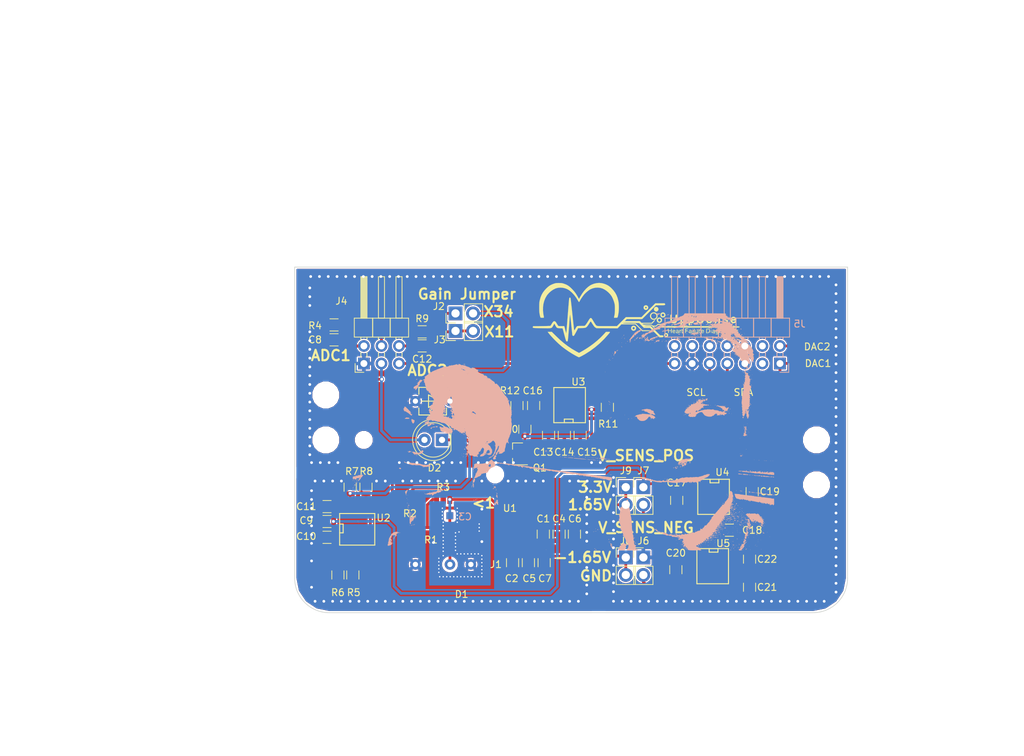
<source format=kicad_pcb>
(kicad_pcb (version 4) (host pcbnew 4.0.7-e1-6374~58~ubuntu17.04.1)
  (title_block (title "Analog Sensor Board UppSense 2017") (date 2017-08-20) (rev v0.3) (company "UppSense Heart Failure Diagnostics") (comment 1 "This is another alternative implementation for the analog board version v0.2. "))
  (layers (0 F.Cu signal) (31 B.Cu signal) (34 B.Paste user) (35 F.Paste user) (36 B.SilkS user hide) (37 F.SilkS user) (38 B.Mask user) (39 F.Mask user hide) (44 Edge.Cuts user))
  (net 0 "")
  (net 1 GND)
  (net 2 +3V3)
  (net 3 /interface/ADC1)
  (net 4 /interface/ADC2)
  (net 5 +5V)
  (net 6 /interface/ADC4)
  (net 7 Signal)
  (net 8 "Net-(D2-Pad1)")
  (net 9 "Net-(R7-Pad1)")
  (net 10 /interface/DAC2)
  (net 11 /interface/I2C_SCL)
  (net 12 /interface/I2C_SDA)
  (net 13 "Net-(R1-Pad2)")
  (net 14 /highCurrentPart/V_SENS_POS)
  (net 15 /highCurrentPart/V_SENS_NEG)
  (net 16 "Net-(C3-Pad1)")
  (net 17 "Net-(C3-Pad2)")
  (net 18 "Net-(C20-Pad1)")
  (net 19 "Net-(C20-Pad2)")
  (net 20 1.65V)
  (net 21 -1.65V)
  (net 22 "Net-(J2-Pad1)")
  (net 23 "Net-(J2-Pad2)")
  (net 24 "Net-(J3-Pad1)")
  (net 25 "Net-(Q1-Pad1)")
  (net 26 "Net-(Q1-Pad2)")
  (net 27 "Net-(R5-Pad1)")
  (net 28 "Net-(C16-Pad1)")
  (net 29 "Net-(C17-Pad1)")
  (net 30 "Net-(C17-Pad2)")
  (module Logo:pic (layer B.Cu) (at 143.891 108.839 180)
    (fp_text reference G*** hide)
    (fp_text value LOGO hide)
  )
  (module Vias:Stitchging-Via-0.4-0.7 (layer F.Cu) (at 144.78 133.35)
    (fp_text reference REF** hide)
    (fp_text value Stitching-Via-0.4-0.7 hide)
    (pad ~ thru_hole circle (at 0 0) (size 0.7 0.7) (drill 0.4) (layers *.Cu) (net 1 GND))
  )
  (module Vias:Stitchging-Via-0.4-0.7 (layer F.Cu) (at 143.51 133.35)
    (fp_text reference REF** hide)
    (fp_text value Stitching-Via-0.4-0.7 hide)
    (pad ~ thru_hole circle (at 0 0) (size 0.7 0.7) (drill 0.4) (layers *.Cu) (net 1 GND))
  )
  (module Vias:Stitchging-Via-0.4-0.7 (layer F.Cu) (at 115.57 133.35)
    (fp_text reference REF** hide)
    (fp_text value Stitching-Via-0.4-0.7 hide)
    (pad ~ thru_hole circle (at 0 0) (size 0.7 0.7) (drill 0.4) (layers *.Cu) (net 1 GND))
  )
  (module Vias:Stitchging-Via-0.4-0.7 (layer F.Cu) (at 116.84 133.35)
    (fp_text reference REF** hide)
    (fp_text value Stitching-Via-0.4-0.7 hide)
    (pad ~ thru_hole circle (at 0 0) (size 0.7 0.7) (drill 0.4) (layers *.Cu) (net 1 GND))
  )
  (module Vias:Stitchging-Via-0.4-0.7 (layer F.Cu) (at 114.3 133.35)
    (fp_text reference REF** hide)
    (fp_text value Stitching-Via-0.4-0.7 hide)
    (pad ~ thru_hole circle (at 0 0) (size 0.7 0.7) (drill 0.4) (layers *.Cu) (net 1 GND))
  )
  (module Vias:Stitchging-Via-0.4-0.7 (layer F.Cu) (at 125.095 124.841)
    (fp_text reference REF** hide)
    (fp_text value Stitching-Via-0.4-0.7 hide)
    (pad ~ thru_hole circle (at 0 0) (size 0.7 0.7) (drill 0.4) (layers *.Cu) (net 1 GND))
  )
  (module Vias:Stitchging-Via-0.4-0.7 (layer F.Cu) (at 132.08 124.714)
    (fp_text reference REF** hide)
    (fp_text value Stitching-Via-0.4-0.7 hide)
    (pad ~ thru_hole circle (at 0 0) (size 0.7 0.7) (drill 0.4) (layers *.Cu) (net 1 GND))
  )
  (module Vias:Stitchging-Via-0.4-0.7 (layer F.Cu) (at 132.08 120.015)
    (fp_text reference REF** hide)
    (fp_text value Stitching-Via-0.4-0.7 hide)
    (pad ~ thru_hole circle (at 0 0) (size 0.7 0.7) (drill 0.4) (layers *.Cu) (net 1 GND))
  )
  (module Vias:Stitchging-Via-0.4-0.7 (layer F.Cu) (at 107.442 121.158 90)
    (fp_text reference REF** hide)
    (fp_text value Stitching-Via-0.4-0.7 hide)
    (pad ~ thru_hole circle (at 0 0 90) (size 0.7 0.7) (drill 0.4) (layers *.Cu) (net 1 GND))
  )
  (module Vias:Stitchging-Via-0.4-0.7 (layer F.Cu) (at 107.442 119.888 90)
    (fp_text reference REF** hide)
    (fp_text value Stitching-Via-0.4-0.7 hide)
    (pad ~ thru_hole circle (at 0 0 90) (size 0.7 0.7) (drill 0.4) (layers *.Cu) (net 1 GND))
  )
  (module Vias:Stitchging-Via-0.4-0.7 (layer F.Cu) (at 107.442 118.618 90)
    (fp_text reference REF** hide)
    (fp_text value Stitching-Via-0.4-0.7 hide)
    (pad ~ thru_hole circle (at 0 0 90) (size 0.7 0.7) (drill 0.4) (layers *.Cu) (net 1 GND))
  )
  (module Vias:Stitchging-Via-0.4-0.7 (layer F.Cu) (at 107.442 117.348 90)
    (fp_text reference REF** hide)
    (fp_text value Stitching-Via-0.4-0.7 hide)
    (pad ~ thru_hole circle (at 0 0 90) (size 0.7 0.7) (drill 0.4) (layers *.Cu) (net 1 GND))
  )
  (module Vias:Stitchging-Via-0.4-0.7 (layer F.Cu) (at 107.442 131.318 90)
    (fp_text reference REF** hide)
    (fp_text value Stitching-Via-0.4-0.7 hide)
    (pad ~ thru_hole circle (at 0 0 90) (size 0.7 0.7) (drill 0.4) (layers *.Cu) (net 1 GND))
  )
  (module Vias:Stitchging-Via-0.4-0.7 (layer F.Cu) (at 107.442 122.428 90)
    (fp_text reference REF** hide)
    (fp_text value Stitching-Via-0.4-0.7 hide)
    (pad ~ thru_hole circle (at 0 0 90) (size 0.7 0.7) (drill 0.4) (layers *.Cu) (net 1 GND))
  )
  (module Vias:Stitchging-Via-0.4-0.7 (layer F.Cu) (at 107.442 123.698 90)
    (fp_text reference REF** hide)
    (fp_text value Stitching-Via-0.4-0.7 hide)
    (pad ~ thru_hole circle (at 0 0 90) (size 0.7 0.7) (drill 0.4) (layers *.Cu) (net 1 GND))
  )
  (module Vias:Stitchging-Via-0.4-0.7 (layer F.Cu) (at 107.442 124.968 90)
    (fp_text reference REF** hide)
    (fp_text value Stitching-Via-0.4-0.7 hide)
    (pad ~ thru_hole circle (at 0 0 90) (size 0.7 0.7) (drill 0.4) (layers *.Cu) (net 1 GND))
  )
  (module Vias:Stitchging-Via-0.4-0.7 (layer F.Cu) (at 107.442 127.508 90)
    (fp_text reference REF** hide)
    (fp_text value Stitching-Via-0.4-0.7 hide)
    (pad ~ thru_hole circle (at 0 0 90) (size 0.7 0.7) (drill 0.4) (layers *.Cu) (net 1 GND))
  )
  (module Vias:Stitchging-Via-0.4-0.7 (layer F.Cu) (at 147.2565 120.8405 90)
    (fp_text reference REF** hide)
    (fp_text value Stitching-Via-0.4-0.7 hide)
    (pad ~ thru_hole circle (at 0 0 90) (size 0.7 0.7) (drill 0.4) (layers *.Cu) (net 1 GND))
  )
  (module Vias:Stitchging-Via-0.4-0.7 (layer F.Cu) (at 147.2565 118.3005 90)
    (fp_text reference REF** hide)
    (fp_text value Stitching-Via-0.4-0.7 hide)
    (pad ~ thru_hole circle (at 0 0 90) (size 0.7 0.7) (drill 0.4) (layers *.Cu) (net 1 GND))
  )
  (module Vias:Stitchging-Via-0.4-0.7 (layer F.Cu) (at 147.2565 117.0305 90)
    (fp_text reference REF** hide)
    (fp_text value Stitching-Via-0.4-0.7 hide)
    (pad ~ thru_hole circle (at 0 0 90) (size 0.7 0.7) (drill 0.4) (layers *.Cu) (net 1 GND))
  )
  (module Vias:Stitchging-Via-0.4-0.7 (layer F.Cu) (at 147.2565 132.2705 90)
    (fp_text reference REF** hide)
    (fp_text value Stitching-Via-0.4-0.7 hide)
    (pad ~ thru_hole circle (at 0 0 90) (size 0.7 0.7) (drill 0.4) (layers *.Cu) (net 1 GND))
  )
  (module Vias:Stitchging-Via-0.4-0.7 (layer F.Cu) (at 147.2565 131.0005 90)
    (fp_text reference REF** hide)
    (fp_text value Stitching-Via-0.4-0.7 hide)
    (pad ~ thru_hole circle (at 0 0 90) (size 0.7 0.7) (drill 0.4) (layers *.Cu) (net 1 GND))
  )
  (module Vias:Stitchging-Via-0.4-0.7 (layer F.Cu) (at 147.2565 129.7305 90)
    (fp_text reference REF** hide)
    (fp_text value Stitching-Via-0.4-0.7 hide)
    (pad ~ thru_hole circle (at 0 0 90) (size 0.7 0.7) (drill 0.4) (layers *.Cu) (net 1 GND))
  )
  (module Vias:Stitchging-Via-0.4-0.7 (layer F.Cu) (at 147.2565 122.1105 90)
    (fp_text reference REF** hide)
    (fp_text value Stitching-Via-0.4-0.7 hide)
    (pad ~ thru_hole circle (at 0 0 90) (size 0.7 0.7) (drill 0.4) (layers *.Cu) (net 1 GND))
  )
  (module Vias:Stitchging-Via-0.4-0.7 (layer F.Cu) (at 147.2565 123.3805 90)
    (fp_text reference REF** hide)
    (fp_text value Stitching-Via-0.4-0.7 hide)
    (pad ~ thru_hole circle (at 0 0 90) (size 0.7 0.7) (drill 0.4) (layers *.Cu) (net 1 GND))
  )
  (module Vias:Stitchging-Via-0.4-0.7 (layer F.Cu) (at 147.2565 124.6505 90)
    (fp_text reference REF** hide)
    (fp_text value Stitching-Via-0.4-0.7 hide)
    (pad ~ thru_hole circle (at 0 0 90) (size 0.7 0.7) (drill 0.4) (layers *.Cu) (net 1 GND))
  )
  (module Vias:Stitchging-Via-0.4-0.7 (layer F.Cu) (at 147.2565 128.4605 90)
    (fp_text reference REF** hide)
    (fp_text value Stitching-Via-0.4-0.7 hide)
    (pad ~ thru_hole circle (at 0 0 90) (size 0.7 0.7) (drill 0.4) (layers *.Cu) (net 1 GND))
  )
  (module Vias:Stitchging-Via-0.4-0.7 (layer F.Cu) (at 107.188 98.171 90)
    (fp_text reference REF** hide)
    (fp_text value Stitching-Via-0.4-0.7 hide)
    (pad ~ thru_hole circle (at 0 0 90) (size 0.7 0.7) (drill 0.4) (layers *.Cu) (net 1 GND))
  )
  (module Vias:Stitchging-Via-0.4-0.7 (layer F.Cu) (at 107.188 96.901 90)
    (fp_text reference REF** hide)
    (fp_text value Stitching-Via-0.4-0.7 hide)
    (pad ~ thru_hole circle (at 0 0 90) (size 0.7 0.7) (drill 0.4) (layers *.Cu) (net 1 GND))
  )
  (module Vias:Stitchging-Via-0.4-0.7 (layer F.Cu) (at 107.188 95.631 90)
    (fp_text reference REF** hide)
    (fp_text value Stitching-Via-0.4-0.7 hide)
    (pad ~ thru_hole circle (at 0 0 90) (size 0.7 0.7) (drill 0.4) (layers *.Cu) (net 1 GND))
  )
  (module Vias:Stitchging-Via-0.4-0.7 (layer F.Cu) (at 107.188 94.361 90)
    (fp_text reference REF** hide)
    (fp_text value Stitching-Via-0.4-0.7 hide)
    (pad ~ thru_hole circle (at 0 0 90) (size 0.7 0.7) (drill 0.4) (layers *.Cu) (net 1 GND))
  )
  (module Vias:Stitchging-Via-0.4-0.7 (layer F.Cu) (at 107.188 88.011 90)
    (fp_text reference REF** hide)
    (fp_text value Stitching-Via-0.4-0.7 hide)
    (pad ~ thru_hole circle (at 0 0 90) (size 0.7 0.7) (drill 0.4) (layers *.Cu) (net 1 GND))
  )
  (module Vias:Stitchging-Via-0.4-0.7 (layer F.Cu) (at 107.188 89.281 90)
    (fp_text reference REF** hide)
    (fp_text value Stitching-Via-0.4-0.7 hide)
    (pad ~ thru_hole circle (at 0 0 90) (size 0.7 0.7) (drill 0.4) (layers *.Cu) (net 1 GND))
  )
  (module Vias:Stitchging-Via-0.4-0.7 (layer F.Cu) (at 107.188 90.551 90)
    (fp_text reference REF** hide)
    (fp_text value Stitching-Via-0.4-0.7 hide)
    (pad ~ thru_hole circle (at 0 0 90) (size 0.7 0.7) (drill 0.4) (layers *.Cu) (net 1 GND))
  )
  (module Vias:Stitchging-Via-0.4-0.7 (layer F.Cu) (at 107.188 105.791 90)
    (fp_text reference REF** hide)
    (fp_text value Stitching-Via-0.4-0.7 hide)
    (pad ~ thru_hole circle (at 0 0 90) (size 0.7 0.7) (drill 0.4) (layers *.Cu) (net 1 GND))
  )
  (module Vias:Stitchging-Via-0.4-0.7 (layer F.Cu) (at 107.188 104.521 90)
    (fp_text reference REF** hide)
    (fp_text value Stitching-Via-0.4-0.7 hide)
    (pad ~ thru_hole circle (at 0 0 90) (size 0.7 0.7) (drill 0.4) (layers *.Cu) (net 1 GND))
  )
  (module Vias:Stitchging-Via-0.4-0.7 (layer F.Cu) (at 107.188 103.251 90)
    (fp_text reference REF** hide)
    (fp_text value Stitching-Via-0.4-0.7 hide)
    (pad ~ thru_hole circle (at 0 0 90) (size 0.7 0.7) (drill 0.4) (layers *.Cu) (net 1 GND))
  )
  (module Vias:Stitchging-Via-0.4-0.7 (layer F.Cu) (at 107.188 101.981 90)
    (fp_text reference REF** hide)
    (fp_text value Stitching-Via-0.4-0.7 hide)
    (pad ~ thru_hole circle (at 0 0 90) (size 0.7 0.7) (drill 0.4) (layers *.Cu) (net 1 GND))
  )
  (module Vias:Stitchging-Via-0.4-0.7 (layer F.Cu) (at 107.188 100.711 90)
    (fp_text reference REF** hide)
    (fp_text value Stitching-Via-0.4-0.7 hide)
    (pad ~ thru_hole circle (at 0 0 90) (size 0.7 0.7) (drill 0.4) (layers *.Cu) (net 1 GND))
  )
  (module Vias:Stitchging-Via-0.4-0.7 (layer F.Cu) (at 107.188 99.441 90)
    (fp_text reference REF** hide)
    (fp_text value Stitching-Via-0.4-0.7 hide)
    (pad ~ thru_hole circle (at 0 0 90) (size 0.7 0.7) (drill 0.4) (layers *.Cu) (net 1 GND))
  )
  (module Vias:Stitchging-Via-0.4-0.7 (layer F.Cu) (at 107.188 107.061 90)
    (fp_text reference REF** hide)
    (fp_text value Stitching-Via-0.4-0.7 hide)
    (pad ~ thru_hole circle (at 0 0 90) (size 0.7 0.7) (drill 0.4) (layers *.Cu) (net 1 GND))
  )
  (module Vias:Stitchging-Via-0.4-0.7 (layer F.Cu) (at 107.188 108.331 90)
    (fp_text reference REF** hide)
    (fp_text value Stitching-Via-0.4-0.7 hide)
    (pad ~ thru_hole circle (at 0 0 90) (size 0.7 0.7) (drill 0.4) (layers *.Cu) (net 1 GND))
  )
  (module Vias:Stitchging-Via-0.4-0.7 (layer F.Cu) (at 107.188 109.601 90)
    (fp_text reference REF** hide)
    (fp_text value Stitching-Via-0.4-0.7 hide)
    (pad ~ thru_hole circle (at 0 0 90) (size 0.7 0.7) (drill 0.4) (layers *.Cu) (net 1 GND))
  )
  (module Vias:Stitchging-Via-0.4-0.7 (layer F.Cu) (at 107.188 110.871 90)
    (fp_text reference REF** hide)
    (fp_text value Stitching-Via-0.4-0.7 hide)
    (pad ~ thru_hole circle (at 0 0 90) (size 0.7 0.7) (drill 0.4) (layers *.Cu) (net 1 GND))
  )
  (module Vias:Stitchging-Via-0.4-0.7 (layer F.Cu) (at 107.188 112.141 90)
    (fp_text reference REF** hide)
    (fp_text value Stitching-Via-0.4-0.7 hide)
    (pad ~ thru_hole circle (at 0 0 90) (size 0.7 0.7) (drill 0.4) (layers *.Cu) (net 1 GND))
  )
  (module Vias:Stitchging-Via-0.4-0.7 (layer F.Cu) (at 183.3245 101.5365 90)
    (fp_text reference REF** hide)
    (fp_text value Stitching-Via-0.4-0.7 hide)
    (pad ~ thru_hole circle (at 0 0 90) (size 0.7 0.7) (drill 0.4) (layers *.Cu) (net 1 GND))
  )
  (module Vias:Stitchging-Via-0.4-0.7 (layer F.Cu) (at 183.3245 100.2665 90)
    (fp_text reference REF** hide)
    (fp_text value Stitching-Via-0.4-0.7 hide)
    (pad ~ thru_hole circle (at 0 0 90) (size 0.7 0.7) (drill 0.4) (layers *.Cu) (net 1 GND))
  )
  (module Vias:Stitchging-Via-0.4-0.7 (layer F.Cu) (at 183.3245 98.9965 90)
    (fp_text reference REF** hide)
    (fp_text value Stitching-Via-0.4-0.7 hide)
    (pad ~ thru_hole circle (at 0 0 90) (size 0.7 0.7) (drill 0.4) (layers *.Cu) (net 1 GND))
  )
  (module Vias:Stitchging-Via-0.4-0.7 (layer F.Cu) (at 183.3245 97.7265 90)
    (fp_text reference REF** hide)
    (fp_text value Stitching-Via-0.4-0.7 hide)
    (pad ~ thru_hole circle (at 0 0 90) (size 0.7 0.7) (drill 0.4) (layers *.Cu) (net 1 GND))
  )
  (module Vias:Stitchging-Via-0.4-0.7 (layer F.Cu) (at 183.3245 96.4565 90)
    (fp_text reference REF** hide)
    (fp_text value Stitching-Via-0.4-0.7 hide)
    (pad ~ thru_hole circle (at 0 0 90) (size 0.7 0.7) (drill 0.4) (layers *.Cu) (net 1 GND))
  )
  (module Vias:Stitchging-Via-0.4-0.7 (layer F.Cu) (at 183.3245 95.1865 90)
    (fp_text reference REF** hide)
    (fp_text value Stitching-Via-0.4-0.7 hide)
    (pad ~ thru_hole circle (at 0 0 90) (size 0.7 0.7) (drill 0.4) (layers *.Cu) (net 1 GND))
  )
  (module Vias:Stitchging-Via-0.4-0.7 (layer F.Cu) (at 183.3245 87.5665 90)
    (fp_text reference REF** hide)
    (fp_text value Stitching-Via-0.4-0.7 hide)
    (pad ~ thru_hole circle (at 0 0 90) (size 0.7 0.7) (drill 0.4) (layers *.Cu) (net 1 GND))
  )
  (module Vias:Stitchging-Via-0.4-0.7 (layer F.Cu) (at 183.3245 88.8365 90)
    (fp_text reference REF** hide)
    (fp_text value Stitching-Via-0.4-0.7 hide)
    (pad ~ thru_hole circle (at 0 0 90) (size 0.7 0.7) (drill 0.4) (layers *.Cu) (net 1 GND))
  )
  (module Vias:Stitchging-Via-0.4-0.7 (layer F.Cu) (at 183.3245 90.1065 90)
    (fp_text reference REF** hide)
    (fp_text value Stitching-Via-0.4-0.7 hide)
    (pad ~ thru_hole circle (at 0 0 90) (size 0.7 0.7) (drill 0.4) (layers *.Cu) (net 1 GND))
  )
  (module Vias:Stitchging-Via-0.4-0.7 (layer F.Cu) (at 183.3245 91.3765 90)
    (fp_text reference REF** hide)
    (fp_text value Stitching-Via-0.4-0.7 hide)
    (pad ~ thru_hole circle (at 0 0 90) (size 0.7 0.7) (drill 0.4) (layers *.Cu) (net 1 GND))
  )
  (module Vias:Stitchging-Via-0.4-0.7 (layer F.Cu) (at 183.3245 92.6465 90)
    (fp_text reference REF** hide)
    (fp_text value Stitching-Via-0.4-0.7 hide)
    (pad ~ thru_hole circle (at 0 0 90) (size 0.7 0.7) (drill 0.4) (layers *.Cu) (net 1 GND))
  )
  (module Vias:Stitchging-Via-0.4-0.7 (layer F.Cu) (at 183.3245 93.9165 90)
    (fp_text reference REF** hide)
    (fp_text value Stitching-Via-0.4-0.7 hide)
    (pad ~ thru_hole circle (at 0 0 90) (size 0.7 0.7) (drill 0.4) (layers *.Cu) (net 1 GND))
  )
  (module Vias:Stitchging-Via-0.4-0.7 (layer F.Cu) (at 183.3245 116.7765 90)
    (fp_text reference REF** hide)
    (fp_text value Stitching-Via-0.4-0.7 hide)
    (pad ~ thru_hole circle (at 0 0 90) (size 0.7 0.7) (drill 0.4) (layers *.Cu) (net 1 GND))
  )
  (module Vias:Stitchging-Via-0.4-0.7 (layer F.Cu) (at 183.3245 115.5065 90)
    (fp_text reference REF** hide)
    (fp_text value Stitching-Via-0.4-0.7 hide)
    (pad ~ thru_hole circle (at 0 0 90) (size 0.7 0.7) (drill 0.4) (layers *.Cu) (net 1 GND))
  )
  (module Vias:Stitchging-Via-0.4-0.7 (layer F.Cu) (at 183.3245 114.2365 90)
    (fp_text reference REF** hide)
    (fp_text value Stitching-Via-0.4-0.7 hide)
    (pad ~ thru_hole circle (at 0 0 90) (size 0.7 0.7) (drill 0.4) (layers *.Cu) (net 1 GND))
  )
  (module Vias:Stitchging-Via-0.4-0.7 (layer F.Cu) (at 183.3245 112.9665 90)
    (fp_text reference REF** hide)
    (fp_text value Stitching-Via-0.4-0.7 hide)
    (pad ~ thru_hole circle (at 0 0 90) (size 0.7 0.7) (drill 0.4) (layers *.Cu) (net 1 GND))
  )
  (module Vias:Stitchging-Via-0.4-0.7 (layer F.Cu) (at 183.3245 111.6965 90)
    (fp_text reference REF** hide)
    (fp_text value Stitching-Via-0.4-0.7 hide)
    (pad ~ thru_hole circle (at 0 0 90) (size 0.7 0.7) (drill 0.4) (layers *.Cu) (net 1 GND))
  )
  (module Vias:Stitchging-Via-0.4-0.7 (layer F.Cu) (at 183.3245 110.4265 90)
    (fp_text reference REF** hide)
    (fp_text value Stitching-Via-0.4-0.7 hide)
    (pad ~ thru_hole circle (at 0 0 90) (size 0.7 0.7) (drill 0.4) (layers *.Cu) (net 1 GND))
  )
  (module Vias:Stitchging-Via-0.4-0.7 (layer F.Cu) (at 183.3245 102.8065 90)
    (fp_text reference REF** hide)
    (fp_text value Stitching-Via-0.4-0.7 hide)
    (pad ~ thru_hole circle (at 0 0 90) (size 0.7 0.7) (drill 0.4) (layers *.Cu) (net 1 GND))
  )
  (module Vias:Stitchging-Via-0.4-0.7 (layer F.Cu) (at 183.3245 104.0765 90)
    (fp_text reference REF** hide)
    (fp_text value Stitching-Via-0.4-0.7 hide)
    (pad ~ thru_hole circle (at 0 0 90) (size 0.7 0.7) (drill 0.4) (layers *.Cu) (net 1 GND))
  )
  (module Vias:Stitchging-Via-0.4-0.7 (layer F.Cu) (at 183.3245 105.3465 90)
    (fp_text reference REF** hide)
    (fp_text value Stitching-Via-0.4-0.7 hide)
    (pad ~ thru_hole circle (at 0 0 90) (size 0.7 0.7) (drill 0.4) (layers *.Cu) (net 1 GND))
  )
  (module Vias:Stitchging-Via-0.4-0.7 (layer F.Cu) (at 183.3245 106.6165 90)
    (fp_text reference REF** hide)
    (fp_text value Stitching-Via-0.4-0.7 hide)
    (pad ~ thru_hole circle (at 0 0 90) (size 0.7 0.7) (drill 0.4) (layers *.Cu) (net 1 GND))
  )
  (module Vias:Stitchging-Via-0.4-0.7 (layer F.Cu) (at 183.3245 107.8865 90)
    (fp_text reference REF** hide)
    (fp_text value Stitching-Via-0.4-0.7 hide)
    (pad ~ thru_hole circle (at 0 0 90) (size 0.7 0.7) (drill 0.4) (layers *.Cu) (net 1 GND))
  )
  (module Vias:Stitchging-Via-0.4-0.7 (layer F.Cu) (at 183.3245 109.1565 90)
    (fp_text reference REF** hide)
    (fp_text value Stitching-Via-0.4-0.7 hide)
    (pad ~ thru_hole circle (at 0 0 90) (size 0.7 0.7) (drill 0.4) (layers *.Cu) (net 1 GND))
  )
  (module Vias:Stitchging-Via-0.4-0.7 (layer F.Cu) (at 183.3245 124.3965 90)
    (fp_text reference REF** hide)
    (fp_text value Stitching-Via-0.4-0.7 hide)
    (pad ~ thru_hole circle (at 0 0 90) (size 0.7 0.7) (drill 0.4) (layers *.Cu) (net 1 GND))
  )
  (module Vias:Stitchging-Via-0.4-0.7 (layer F.Cu) (at 183.3245 123.1265 90)
    (fp_text reference REF** hide)
    (fp_text value Stitching-Via-0.4-0.7 hide)
    (pad ~ thru_hole circle (at 0 0 90) (size 0.7 0.7) (drill 0.4) (layers *.Cu) (net 1 GND))
  )
  (module Vias:Stitchging-Via-0.4-0.7 (layer F.Cu) (at 183.3245 121.8565 90)
    (fp_text reference REF** hide)
    (fp_text value Stitching-Via-0.4-0.7 hide)
    (pad ~ thru_hole circle (at 0 0 90) (size 0.7 0.7) (drill 0.4) (layers *.Cu) (net 1 GND))
  )
  (module Vias:Stitchging-Via-0.4-0.7 (layer F.Cu) (at 183.3245 120.5865 90)
    (fp_text reference REF** hide)
    (fp_text value Stitching-Via-0.4-0.7 hide)
    (pad ~ thru_hole circle (at 0 0 90) (size 0.7 0.7) (drill 0.4) (layers *.Cu) (net 1 GND))
  )
  (module Vias:Stitchging-Via-0.4-0.7 (layer F.Cu) (at 183.3245 119.3165 90)
    (fp_text reference REF** hide)
    (fp_text value Stitching-Via-0.4-0.7 hide)
    (pad ~ thru_hole circle (at 0 0 90) (size 0.7 0.7) (drill 0.4) (layers *.Cu) (net 1 GND))
  )
  (module Vias:Stitchging-Via-0.4-0.7 (layer F.Cu) (at 183.3245 118.0465 90)
    (fp_text reference REF** hide)
    (fp_text value Stitching-Via-0.4-0.7 hide)
    (pad ~ thru_hole circle (at 0 0 90) (size 0.7 0.7) (drill 0.4) (layers *.Cu) (net 1 GND))
  )
  (module Vias:Stitchging-Via-0.4-0.7 (layer F.Cu) (at 183.3245 125.6665 90)
    (fp_text reference REF** hide)
    (fp_text value Stitching-Via-0.4-0.7 hide)
    (pad ~ thru_hole circle (at 0 0 90) (size 0.7 0.7) (drill 0.4) (layers *.Cu) (net 1 GND))
  )
  (module Vias:Stitchging-Via-0.4-0.7 (layer F.Cu) (at 183.3245 126.9365 90)
    (fp_text reference REF** hide)
    (fp_text value Stitching-Via-0.4-0.7 hide)
    (pad ~ thru_hole circle (at 0 0 90) (size 0.7 0.7) (drill 0.4) (layers *.Cu) (net 1 GND))
  )
  (module Vias:Stitchging-Via-0.4-0.7 (layer F.Cu) (at 183.3245 128.2065 90)
    (fp_text reference REF** hide)
    (fp_text value Stitching-Via-0.4-0.7 hide)
    (pad ~ thru_hole circle (at 0 0 90) (size 0.7 0.7) (drill 0.4) (layers *.Cu) (net 1 GND))
  )
  (module Vias:Stitchging-Via-0.4-0.7 (layer F.Cu) (at 183.3245 129.4765 90)
    (fp_text reference REF** hide)
    (fp_text value Stitching-Via-0.4-0.7 hide)
    (pad ~ thru_hole circle (at 0 0 90) (size 0.7 0.7) (drill 0.4) (layers *.Cu) (net 1 GND))
  )
  (module Vias:Stitchging-Via-0.4-0.7 (layer F.Cu) (at 183.3245 130.7465 90)
    (fp_text reference REF** hide)
    (fp_text value Stitching-Via-0.4-0.7 hide)
    (pad ~ thru_hole circle (at 0 0 90) (size 0.7 0.7) (drill 0.4) (layers *.Cu) (net 1 GND))
  )
  (module Vias:Stitchging-Via-0.4-0.7 (layer F.Cu) (at 183.3245 132.0165 90)
    (fp_text reference REF** hide)
    (fp_text value Stitching-Via-0.4-0.7 hide)
    (pad ~ thru_hole circle (at 0 0 90) (size 0.7 0.7) (drill 0.4) (layers *.Cu) (net 1 GND))
  )
  (module Vias:Stitchging-Via-0.4-0.7 (layer F.Cu) (at 110.49 115.951)
    (fp_text reference REF** hide)
    (fp_text value Stitching-Via-0.4-0.7 hide)
    (pad ~ thru_hole circle (at 0 0) (size 0.7 0.7) (drill 0.4) (layers *.Cu) (net 1 GND))
  )
  (module Vias:Stitchging-Via-0.4-0.7 (layer F.Cu) (at 111.76 115.951)
    (fp_text reference REF** hide)
    (fp_text value Stitching-Via-0.4-0.7 hide)
    (pad ~ thru_hole circle (at 0 0) (size 0.7 0.7) (drill 0.4) (layers *.Cu) (net 1 GND))
  )
  (module Vias:Stitchging-Via-0.4-0.7 (layer F.Cu) (at 116.84 115.951)
    (fp_text reference REF** hide)
    (fp_text value Stitching-Via-0.4-0.7 hide)
    (pad ~ thru_hole circle (at 0 0) (size 0.7 0.7) (drill 0.4) (layers *.Cu) (net 1 GND))
  )
  (module Vias:Stitchging-Via-0.4-0.7 (layer F.Cu) (at 109.22 115.951)
    (fp_text reference REF** hide)
    (fp_text value Stitching-Via-0.4-0.7 hide)
    (pad ~ thru_hole circle (at 0 0) (size 0.7 0.7) (drill 0.4) (layers *.Cu) (net 1 GND))
  )
  (module Vias:Stitchging-Via-0.4-0.7 (layer F.Cu) (at 107.95 115.951)
    (fp_text reference REF** hide)
    (fp_text value Stitching-Via-0.4-0.7 hide)
    (pad ~ thru_hole circle (at 0 0) (size 0.7 0.7) (drill 0.4) (layers *.Cu) (net 1 GND))
  )
  (module Vias:Stitchging-Via-0.4-0.7 (layer F.Cu) (at 135.89 115.951)
    (fp_text reference REF** hide)
    (fp_text value Stitching-Via-0.4-0.7 hide)
    (pad ~ thru_hole circle (at 0 0) (size 0.7 0.7) (drill 0.4) (layers *.Cu) (net 1 GND))
  )
  (module Vias:Stitchging-Via-0.4-0.7 (layer F.Cu) (at 137.16 115.951)
    (fp_text reference REF** hide)
    (fp_text value Stitching-Via-0.4-0.7 hide)
    (pad ~ thru_hole circle (at 0 0) (size 0.7 0.7) (drill 0.4) (layers *.Cu) (net 1 GND))
  )
  (module Vias:Stitchging-Via-0.4-0.7 (layer F.Cu) (at 138.43 115.951)
    (fp_text reference REF** hide)
    (fp_text value Stitching-Via-0.4-0.7 hide)
    (pad ~ thru_hole circle (at 0 0) (size 0.7 0.7) (drill 0.4) (layers *.Cu) (net 1 GND))
  )
  (module Vias:Stitchging-Via-0.4-0.7 (layer F.Cu) (at 139.7 115.951)
    (fp_text reference REF** hide)
    (fp_text value Stitching-Via-0.4-0.7 hide)
    (pad ~ thru_hole circle (at 0 0) (size 0.7 0.7) (drill 0.4) (layers *.Cu) (net 1 GND))
  )
  (module Vias:Stitchging-Via-0.4-0.7 (layer F.Cu) (at 147.32 115.951)
    (fp_text reference REF** hide)
    (fp_text value Stitching-Via-0.4-0.7 hide)
    (pad ~ thru_hole circle (at 0 0) (size 0.7 0.7) (drill 0.4) (layers *.Cu) (net 1 GND))
  )
  (module Vias:Stitchging-Via-0.4-0.7 (layer F.Cu) (at 146.05 115.951)
    (fp_text reference REF** hide)
    (fp_text value Stitching-Via-0.4-0.7 hide)
    (pad ~ thru_hole circle (at 0 0) (size 0.7 0.7) (drill 0.4) (layers *.Cu) (net 1 GND))
  )
  (module Vias:Stitchging-Via-0.4-0.7 (layer F.Cu) (at 144.78 115.951)
    (fp_text reference REF** hide)
    (fp_text value Stitching-Via-0.4-0.7 hide)
    (pad ~ thru_hole circle (at 0 0) (size 0.7 0.7) (drill 0.4) (layers *.Cu) (net 1 GND))
  )
  (module Vias:Stitchging-Via-0.4-0.7 (layer F.Cu) (at 140.97 115.951)
    (fp_text reference REF** hide)
    (fp_text value Stitching-Via-0.4-0.7 hide)
    (pad ~ thru_hole circle (at 0 0) (size 0.7 0.7) (drill 0.4) (layers *.Cu) (net 1 GND))
  )
  (module Vias:Stitchging-Via-0.4-0.7 (layer F.Cu) (at 125.73 115.951)
    (fp_text reference REF** hide)
    (fp_text value Stitching-Via-0.4-0.7 hide)
    (pad ~ thru_hole circle (at 0 0) (size 0.7 0.7) (drill 0.4) (layers *.Cu) (net 1 GND))
  )
  (module Vias:Stitchging-Via-0.4-0.7 (layer F.Cu) (at 127 115.951)
    (fp_text reference REF** hide)
    (fp_text value Stitching-Via-0.4-0.7 hide)
    (pad ~ thru_hole circle (at 0 0) (size 0.7 0.7) (drill 0.4) (layers *.Cu) (net 1 GND))
  )
  (module Vias:Stitchging-Via-0.4-0.7 (layer F.Cu) (at 128.27 115.951)
    (fp_text reference REF** hide)
    (fp_text value Stitching-Via-0.4-0.7 hide)
    (pad ~ thru_hole circle (at 0 0) (size 0.7 0.7) (drill 0.4) (layers *.Cu) (net 1 GND))
  )
  (module Vias:Stitchging-Via-0.4-0.7 (layer F.Cu) (at 132.08 115.951)
    (fp_text reference REF** hide)
    (fp_text value Stitching-Via-0.4-0.7 hide)
    (pad ~ thru_hole circle (at 0 0) (size 0.7 0.7) (drill 0.4) (layers *.Cu) (net 1 GND))
  )
  (module Vias:Stitchging-Via-0.4-0.7 (layer F.Cu) (at 124.46 115.951)
    (fp_text reference REF** hide)
    (fp_text value Stitching-Via-0.4-0.7 hide)
    (pad ~ thru_hole circle (at 0 0) (size 0.7 0.7) (drill 0.4) (layers *.Cu) (net 1 GND))
  )
  (module Vias:Stitchging-Via-0.4-0.7 (layer F.Cu) (at 123.19 115.951)
    (fp_text reference REF** hide)
    (fp_text value Stitching-Via-0.4-0.7 hide)
    (pad ~ thru_hole circle (at 0 0) (size 0.7 0.7) (drill 0.4) (layers *.Cu) (net 1 GND))
  )
  (module Vias:Stitchging-Via-0.4-0.7 (layer F.Cu) (at 121.92 115.951)
    (fp_text reference REF** hide)
    (fp_text value Stitching-Via-0.4-0.7 hide)
    (pad ~ thru_hole circle (at 0 0) (size 0.7 0.7) (drill 0.4) (layers *.Cu) (net 1 GND))
  )
  (module Vias:Stitchging-Via-0.4-0.7 (layer F.Cu) (at 120.65 115.951)
    (fp_text reference REF** hide)
    (fp_text value Stitching-Via-0.4-0.7 hide)
    (pad ~ thru_hole circle (at 0 0) (size 0.7 0.7) (drill 0.4) (layers *.Cu) (net 1 GND))
  )
  (module Vias:Stitchging-Via-0.4-0.7 (layer F.Cu) (at 118.11 115.951)
    (fp_text reference REF** hide)
    (fp_text value Stitching-Via-0.4-0.7 hide)
    (pad ~ thru_hole circle (at 0 0) (size 0.7 0.7) (drill 0.4) (layers *.Cu) (net 1 GND))
  )
  (module Vias:Stitchging-Via-0.4-0.7 (layer F.Cu) (at 120.142 113.284)
    (fp_text reference REF** hide)
    (fp_text value Stitching-Via-0.4-0.7 hide)
    (pad ~ thru_hole circle (at 0 0) (size 0.7 0.7) (drill 0.4) (layers *.Cu) (net 1 GND))
  )
  (module Vias:Stitchging-Via-0.4-0.7 (layer F.Cu) (at 121.412 113.284)
    (fp_text reference REF** hide)
    (fp_text value Stitching-Via-0.4-0.7 hide)
    (pad ~ thru_hole circle (at 0 0) (size 0.7 0.7) (drill 0.4) (layers *.Cu) (net 1 GND))
  )
  (module Vias:Stitchging-Via-0.4-0.7 (layer F.Cu) (at 111.252 113.284)
    (fp_text reference REF** hide)
    (fp_text value Stitching-Via-0.4-0.7 hide)
    (pad ~ thru_hole circle (at 0 0) (size 0.7 0.7) (drill 0.4) (layers *.Cu) (net 1 GND))
  )
  (module Vias:Stitchging-Via-0.4-0.7 (layer F.Cu) (at 109.982 113.284)
    (fp_text reference REF** hide)
    (fp_text value Stitching-Via-0.4-0.7 hide)
    (pad ~ thru_hole circle (at 0 0) (size 0.7 0.7) (drill 0.4) (layers *.Cu) (net 1 GND))
  )
  (module Vias:Stitchging-Via-0.4-0.7 (layer F.Cu) (at 108.712 113.284)
    (fp_text reference REF** hide)
    (fp_text value Stitching-Via-0.4-0.7 hide)
    (pad ~ thru_hole circle (at 0 0) (size 0.7 0.7) (drill 0.4) (layers *.Cu) (net 1 GND))
  )
  (module Vias:Stitchging-Via-0.4-0.7 (layer F.Cu) (at 107.442 113.284)
    (fp_text reference REF** hide)
    (fp_text value Stitching-Via-0.4-0.7 hide)
    (pad ~ thru_hole circle (at 0 0) (size 0.7 0.7) (drill 0.4) (layers *.Cu) (net 1 GND))
  )
  (module Vias:Stitchging-Via-0.4-0.7 (layer F.Cu) (at 149.225 113.284)
    (fp_text reference REF** hide)
    (fp_text value Stitching-Via-0.4-0.7 hide)
    (pad ~ thru_hole circle (at 0 0) (size 0.7 0.7) (drill 0.4) (layers *.Cu) (net 1 GND))
  )
  (module Vias:Stitchging-Via-0.4-0.7 (layer F.Cu) (at 147.955 113.284)
    (fp_text reference REF** hide)
    (fp_text value Stitching-Via-0.4-0.7 hide)
    (pad ~ thru_hole circle (at 0 0) (size 0.7 0.7) (drill 0.4) (layers *.Cu) (net 1 GND))
  )
  (module Vias:Stitchging-Via-0.4-0.7 (layer F.Cu) (at 131.572 113.284)
    (fp_text reference REF** hide)
    (fp_text value Stitching-Via-0.4-0.7 hide)
    (pad ~ thru_hole circle (at 0 0) (size 0.7 0.7) (drill 0.4) (layers *.Cu) (net 1 GND))
  )
  (module Vias:Stitchging-Via-0.4-0.7 (layer F.Cu) (at 132.842 113.284)
    (fp_text reference REF** hide)
    (fp_text value Stitching-Via-0.4-0.7 hide)
    (pad ~ thru_hole circle (at 0 0) (size 0.7 0.7) (drill 0.4) (layers *.Cu) (net 1 GND))
  )
  (module Vias:Stitchging-Via-0.4-0.7 (layer F.Cu) (at 134.112 113.284)
    (fp_text reference REF** hide)
    (fp_text value Stitching-Via-0.4-0.7 hide)
    (pad ~ thru_hole circle (at 0 0) (size 0.7 0.7) (drill 0.4) (layers *.Cu) (net 1 GND))
  )
  (module Vias:Stitchging-Via-0.4-0.7 (layer F.Cu) (at 135.382 113.284)
    (fp_text reference REF** hide)
    (fp_text value Stitching-Via-0.4-0.7 hide)
    (pad ~ thru_hole circle (at 0 0) (size 0.7 0.7) (drill 0.4) (layers *.Cu) (net 1 GND))
  )
  (module Vias:Stitchging-Via-0.4-0.7 (layer F.Cu) (at 136.652 113.284)
    (fp_text reference REF** hide)
    (fp_text value Stitching-Via-0.4-0.7 hide)
    (pad ~ thru_hole circle (at 0 0) (size 0.7 0.7) (drill 0.4) (layers *.Cu) (net 1 GND))
  )
  (module Vias:Stitchging-Via-0.4-0.7 (layer F.Cu) (at 129.032 113.284)
    (fp_text reference REF** hide)
    (fp_text value Stitching-Via-0.4-0.7 hide)
    (pad ~ thru_hole circle (at 0 0) (size 0.7 0.7) (drill 0.4) (layers *.Cu) (net 1 GND))
  )
  (module Vias:Stitchging-Via-0.4-0.7 (layer F.Cu) (at 127.762 113.284)
    (fp_text reference REF** hide)
    (fp_text value Stitching-Via-0.4-0.7 hide)
    (pad ~ thru_hole circle (at 0 0) (size 0.7 0.7) (drill 0.4) (layers *.Cu) (net 1 GND))
  )
  (module Vias:Stitchging-Via-0.4-0.7 (layer F.Cu) (at 126.492 113.284)
    (fp_text reference REF** hide)
    (fp_text value Stitching-Via-0.4-0.7 hide)
    (pad ~ thru_hole circle (at 0 0) (size 0.7 0.7) (drill 0.4) (layers *.Cu) (net 1 GND))
  )
  (module Vias:Stitchging-Via-0.4-0.7 (layer F.Cu) (at 125.222 113.284)
    (fp_text reference REF** hide)
    (fp_text value Stitching-Via-0.4-0.7 hide)
    (pad ~ thru_hole circle (at 0 0) (size 0.7 0.7) (drill 0.4) (layers *.Cu) (net 1 GND))
  )
  (module Vias:Stitchging-Via-0.4-0.7 (layer F.Cu) (at 123.952 113.284)
    (fp_text reference REF** hide)
    (fp_text value Stitching-Via-0.4-0.7 hide)
    (pad ~ thru_hole circle (at 0 0) (size 0.7 0.7) (drill 0.4) (layers *.Cu) (net 1 GND))
  )
  (module Vias:Stitchging-Via-0.4-0.7 (layer F.Cu) (at 122.682 113.284)
    (fp_text reference REF** hide)
    (fp_text value Stitching-Via-0.4-0.7 hide)
    (pad ~ thru_hole circle (at 0 0) (size 0.7 0.7) (drill 0.4) (layers *.Cu) (net 1 GND))
  )
  (module Vias:Stitchging-Via-0.4-0.7 (layer F.Cu) (at 151.13 129.413 90)
    (fp_text reference REF** hide)
    (fp_text value Stitching-Via-0.4-0.7 hide)
    (pad ~ thru_hole circle (at 0 0 90) (size 0.7 0.7) (drill 0.4) (layers *.Cu) (net 1 GND))
  )
  (module Vias:Stitchging-Via-0.4-0.7 (layer F.Cu) (at 151.13 130.683 90)
    (fp_text reference REF** hide)
    (fp_text value Stitching-Via-0.4-0.7 hide)
    (pad ~ thru_hole circle (at 0 0 90) (size 0.7 0.7) (drill 0.4) (layers *.Cu) (net 1 GND))
  )
  (module Vias:Stitchging-Via-0.4-0.7 (layer F.Cu) (at 151.13 131.953 90)
    (fp_text reference REF** hide)
    (fp_text value Stitching-Via-0.4-0.7 hide)
    (pad ~ thru_hole circle (at 0 0 90) (size 0.7 0.7) (drill 0.4) (layers *.Cu) (net 1 GND))
  )
  (module Vias:Stitchging-Via-0.4-0.7 (layer F.Cu) (at 151.13 133.35 90)
    (fp_text reference REF** hide)
    (fp_text value Stitching-Via-0.4-0.7 hide)
    (pad ~ thru_hole circle (at 0 0 90) (size 0.7 0.7) (drill 0.4) (layers *.Cu) (net 1 GND))
  )
  (module Vias:Stitchging-Via-0.4-0.7 (layer F.Cu) (at 151.13 120.523 90)
    (fp_text reference REF** hide)
    (fp_text value Stitching-Via-0.4-0.7 hide)
    (pad ~ thru_hole circle (at 0 0 90) (size 0.7 0.7) (drill 0.4) (layers *.Cu) (net 1 GND))
  )
  (module Vias:Stitchging-Via-0.4-0.7 (layer F.Cu) (at 151.13 117.983 90)
    (fp_text reference REF** hide)
    (fp_text value Stitching-Via-0.4-0.7 hide)
    (pad ~ thru_hole circle (at 0 0 90) (size 0.7 0.7) (drill 0.4) (layers *.Cu) (net 1 GND))
  )
  (module Vias:Stitchging-Via-0.4-0.7 (layer F.Cu) (at 151.13 116.713 90)
    (fp_text reference REF** hide)
    (fp_text value Stitching-Via-0.4-0.7 hide)
    (pad ~ thru_hole circle (at 0 0 90) (size 0.7 0.7) (drill 0.4) (layers *.Cu) (net 1 GND))
  )
  (module Vias:Stitchging-Via-0.4-0.7 (layer F.Cu) (at 151.13 115.443 90)
    (fp_text reference REF** hide)
    (fp_text value Stitching-Via-0.4-0.7 hide)
    (pad ~ thru_hole circle (at 0 0 90) (size 0.7 0.7) (drill 0.4) (layers *.Cu) (net 1 GND))
  )
  (module Vias:Stitchging-Via-0.4-0.7 (layer F.Cu) (at 151.13 121.793 90)
    (fp_text reference REF** hide)
    (fp_text value Stitching-Via-0.4-0.7 hide)
    (pad ~ thru_hole circle (at 0 0 90) (size 0.7 0.7) (drill 0.4) (layers *.Cu) (net 1 GND))
  )
  (module Vias:Stitchging-Via-0.4-0.7 (layer F.Cu) (at 151.13 123.063 90)
    (fp_text reference REF** hide)
    (fp_text value Stitching-Via-0.4-0.7 hide)
    (pad ~ thru_hole circle (at 0 0 90) (size 0.7 0.7) (drill 0.4) (layers *.Cu) (net 1 GND))
  )
  (module Vias:Stitchging-Via-0.4-0.7 (layer F.Cu) (at 151.13 124.333 90)
    (fp_text reference REF** hide)
    (fp_text value Stitching-Via-0.4-0.7 hide)
    (pad ~ thru_hole circle (at 0 0 90) (size 0.7 0.7) (drill 0.4) (layers *.Cu) (net 1 GND))
  )
  (module Vias:Stitchging-Via-0.4-0.7 (layer F.Cu) (at 151.13 125.603 90)
    (fp_text reference REF** hide)
    (fp_text value Stitching-Via-0.4-0.7 hide)
    (pad ~ thru_hole circle (at 0 0 90) (size 0.7 0.7) (drill 0.4) (layers *.Cu) (net 1 GND))
  )
  (module Vias:Stitchging-Via-0.4-0.7 (layer F.Cu) (at 151.13 128.143 90)
    (fp_text reference REF** hide)
    (fp_text value Stitching-Via-0.4-0.7 hide)
    (pad ~ thru_hole circle (at 0 0 90) (size 0.7 0.7) (drill 0.4) (layers *.Cu) (net 1 GND))
  )
  (module Vias:Stitchging-Via-0.4-0.7 (layer F.Cu) (at 107.95 133.35)
    (fp_text reference REF** hide)
    (fp_text value Stitching-Via-0.4-0.7 hide)
    (pad ~ thru_hole circle (at 0 0) (size 0.7 0.7) (drill 0.4) (layers *.Cu) (net 1 GND))
  )
  (module Vias:Stitchging-Via-0.4-0.7 (layer F.Cu) (at 109.22 133.35)
    (fp_text reference REF** hide)
    (fp_text value Stitching-Via-0.4-0.7 hide)
    (pad ~ thru_hole circle (at 0 0) (size 0.7 0.7) (drill 0.4) (layers *.Cu) (net 1 GND))
  )
  (module Vias:Stitchging-Via-0.4-0.7 (layer F.Cu) (at 110.49 133.35)
    (fp_text reference REF** hide)
    (fp_text value Stitching-Via-0.4-0.7 hide)
    (pad ~ thru_hole circle (at 0 0) (size 0.7 0.7) (drill 0.4) (layers *.Cu) (net 1 GND))
  )
  (module Vias:Stitchging-Via-0.4-0.7 (layer F.Cu) (at 111.76 133.35)
    (fp_text reference REF** hide)
    (fp_text value Stitching-Via-0.4-0.7 hide)
    (pad ~ thru_hole circle (at 0 0) (size 0.7 0.7) (drill 0.4) (layers *.Cu) (net 1 GND))
  )
  (module Vias:Stitchging-Via-0.4-0.7 (layer F.Cu) (at 113.03 133.35)
    (fp_text reference REF** hide)
    (fp_text value Stitching-Via-0.4-0.7 hide)
    (pad ~ thru_hole circle (at 0 0) (size 0.7 0.7) (drill 0.4) (layers *.Cu) (net 1 GND))
  )
  (module Vias:Stitchging-Via-0.4-0.7 (layer F.Cu) (at 120.65 133.35)
    (fp_text reference REF** hide)
    (fp_text value Stitching-Via-0.4-0.7 hide)
    (pad ~ thru_hole circle (at 0 0) (size 0.7 0.7) (drill 0.4) (layers *.Cu) (net 1 GND))
  )
  (module Vias:Stitchging-Via-0.4-0.7 (layer F.Cu) (at 119.38 133.35)
    (fp_text reference REF** hide)
    (fp_text value Stitching-Via-0.4-0.7 hide)
    (pad ~ thru_hole circle (at 0 0) (size 0.7 0.7) (drill 0.4) (layers *.Cu) (net 1 GND))
  )
  (module Vias:Stitchging-Via-0.4-0.7 (layer F.Cu) (at 118.11 133.35)
    (fp_text reference REF** hide)
    (fp_text value Stitching-Via-0.4-0.7 hide)
    (pad ~ thru_hole circle (at 0 0) (size 0.7 0.7) (drill 0.4) (layers *.Cu) (net 1 GND))
  )
  (module Vias:Stitchging-Via-0.4-0.7 (layer F.Cu) (at 152.4 133.35)
    (fp_text reference REF** hide)
    (fp_text value Stitching-Via-0.4-0.7 hide)
    (pad ~ thru_hole circle (at 0 0) (size 0.7 0.7) (drill 0.4) (layers *.Cu) (net 1 GND))
  )
  (module Vias:Stitchging-Via-0.4-0.7 (layer F.Cu) (at 153.67 133.35)
    (fp_text reference REF** hide)
    (fp_text value Stitching-Via-0.4-0.7 hide)
    (pad ~ thru_hole circle (at 0 0) (size 0.7 0.7) (drill 0.4) (layers *.Cu) (net 1 GND))
  )
  (module Vias:Stitchging-Via-0.4-0.7 (layer F.Cu) (at 154.94 133.35)
    (fp_text reference REF** hide)
    (fp_text value Stitching-Via-0.4-0.7 hide)
    (pad ~ thru_hole circle (at 0 0) (size 0.7 0.7) (drill 0.4) (layers *.Cu) (net 1 GND))
  )
  (module Vias:Stitchging-Via-0.4-0.7 (layer F.Cu) (at 156.21 133.35)
    (fp_text reference REF** hide)
    (fp_text value Stitching-Via-0.4-0.7 hide)
    (pad ~ thru_hole circle (at 0 0) (size 0.7 0.7) (drill 0.4) (layers *.Cu) (net 1 GND))
  )
  (module Vias:Stitchging-Via-0.4-0.7 (layer F.Cu) (at 157.48 133.35)
    (fp_text reference REF** hide)
    (fp_text value Stitching-Via-0.4-0.7 hide)
    (pad ~ thru_hole circle (at 0 0) (size 0.7 0.7) (drill 0.4) (layers *.Cu) (net 1 GND))
  )
  (module Vias:Stitchging-Via-0.4-0.7 (layer F.Cu) (at 158.75 133.35)
    (fp_text reference REF** hide)
    (fp_text value Stitching-Via-0.4-0.7 hide)
    (pad ~ thru_hole circle (at 0 0) (size 0.7 0.7) (drill 0.4) (layers *.Cu) (net 1 GND))
  )
  (module Vias:Stitchging-Via-0.4-0.7 (layer F.Cu) (at 166.37 133.35)
    (fp_text reference REF** hide)
    (fp_text value Stitching-Via-0.4-0.7 hide)
    (pad ~ thru_hole circle (at 0 0) (size 0.7 0.7) (drill 0.4) (layers *.Cu) (net 1 GND))
  )
  (module Vias:Stitchging-Via-0.4-0.7 (layer F.Cu) (at 165.1 133.35)
    (fp_text reference REF** hide)
    (fp_text value Stitching-Via-0.4-0.7 hide)
    (pad ~ thru_hole circle (at 0 0) (size 0.7 0.7) (drill 0.4) (layers *.Cu) (net 1 GND))
  )
  (module Vias:Stitchging-Via-0.4-0.7 (layer F.Cu) (at 163.83 133.35)
    (fp_text reference REF** hide)
    (fp_text value Stitching-Via-0.4-0.7 hide)
    (pad ~ thru_hole circle (at 0 0) (size 0.7 0.7) (drill 0.4) (layers *.Cu) (net 1 GND))
  )
  (module Vias:Stitchging-Via-0.4-0.7 (layer F.Cu) (at 162.56 133.35)
    (fp_text reference REF** hide)
    (fp_text value Stitching-Via-0.4-0.7 hide)
    (pad ~ thru_hole circle (at 0 0) (size 0.7 0.7) (drill 0.4) (layers *.Cu) (net 1 GND))
  )
  (module Vias:Stitchging-Via-0.4-0.7 (layer F.Cu) (at 161.29 133.35)
    (fp_text reference REF** hide)
    (fp_text value Stitching-Via-0.4-0.7 hide)
    (pad ~ thru_hole circle (at 0 0) (size 0.7 0.7) (drill 0.4) (layers *.Cu) (net 1 GND))
  )
  (module Vias:Stitchging-Via-0.4-0.7 (layer F.Cu) (at 160.02 133.35)
    (fp_text reference REF** hide)
    (fp_text value Stitching-Via-0.4-0.7 hide)
    (pad ~ thru_hole circle (at 0 0) (size 0.7 0.7) (drill 0.4) (layers *.Cu) (net 1 GND))
  )
  (module Vias:Stitchging-Via-0.4-0.7 (layer F.Cu) (at 175.26 133.35)
    (fp_text reference REF** hide)
    (fp_text value Stitching-Via-0.4-0.7 hide)
    (pad ~ thru_hole circle (at 0 0) (size 0.7 0.7) (drill 0.4) (layers *.Cu) (net 1 GND))
  )
  (module Vias:Stitchging-Via-0.4-0.7 (layer F.Cu) (at 176.53 133.35)
    (fp_text reference REF** hide)
    (fp_text value Stitching-Via-0.4-0.7 hide)
    (pad ~ thru_hole circle (at 0 0) (size 0.7 0.7) (drill 0.4) (layers *.Cu) (net 1 GND))
  )
  (module Vias:Stitchging-Via-0.4-0.7 (layer F.Cu) (at 177.8 133.35)
    (fp_text reference REF** hide)
    (fp_text value Stitching-Via-0.4-0.7 hide)
    (pad ~ thru_hole circle (at 0 0) (size 0.7 0.7) (drill 0.4) (layers *.Cu) (net 1 GND))
  )
  (module Vias:Stitchging-Via-0.4-0.7 (layer F.Cu) (at 179.07 133.35)
    (fp_text reference REF** hide)
    (fp_text value Stitching-Via-0.4-0.7 hide)
    (pad ~ thru_hole circle (at 0 0) (size 0.7 0.7) (drill 0.4) (layers *.Cu) (net 1 GND))
  )
  (module Vias:Stitchging-Via-0.4-0.7 (layer F.Cu) (at 180.34 133.35)
    (fp_text reference REF** hide)
    (fp_text value Stitching-Via-0.4-0.7 hide)
    (pad ~ thru_hole circle (at 0 0) (size 0.7 0.7) (drill 0.4) (layers *.Cu) (net 1 GND))
  )
  (module Vias:Stitchging-Via-0.4-0.7 (layer F.Cu) (at 181.61 133.35)
    (fp_text reference REF** hide)
    (fp_text value Stitching-Via-0.4-0.7 hide)
    (pad ~ thru_hole circle (at 0 0) (size 0.7 0.7) (drill 0.4) (layers *.Cu) (net 1 GND))
  )
  (module Vias:Stitchging-Via-0.4-0.7 (layer F.Cu) (at 173.99 133.35)
    (fp_text reference REF** hide)
    (fp_text value Stitching-Via-0.4-0.7 hide)
    (pad ~ thru_hole circle (at 0 0) (size 0.7 0.7) (drill 0.4) (layers *.Cu) (net 1 GND))
  )
  (module Vias:Stitchging-Via-0.4-0.7 (layer F.Cu) (at 172.72 133.35)
    (fp_text reference REF** hide)
    (fp_text value Stitching-Via-0.4-0.7 hide)
    (pad ~ thru_hole circle (at 0 0) (size 0.7 0.7) (drill 0.4) (layers *.Cu) (net 1 GND))
  )
  (module Vias:Stitchging-Via-0.4-0.7 (layer F.Cu) (at 171.45 133.35)
    (fp_text reference REF** hide)
    (fp_text value Stitching-Via-0.4-0.7 hide)
    (pad ~ thru_hole circle (at 0 0) (size 0.7 0.7) (drill 0.4) (layers *.Cu) (net 1 GND))
  )
  (module Vias:Stitchging-Via-0.4-0.7 (layer F.Cu) (at 170.18 133.35)
    (fp_text reference REF** hide)
    (fp_text value Stitching-Via-0.4-0.7 hide)
    (pad ~ thru_hole circle (at 0 0) (size 0.7 0.7) (drill 0.4) (layers *.Cu) (net 1 GND))
  )
  (module Vias:Stitchging-Via-0.4-0.7 (layer F.Cu) (at 168.91 133.35)
    (fp_text reference REF** hide)
    (fp_text value Stitching-Via-0.4-0.7 hide)
    (pad ~ thru_hole circle (at 0 0) (size 0.7 0.7) (drill 0.4) (layers *.Cu) (net 1 GND))
  )
  (module Vias:Stitchging-Via-0.4-0.7 (layer F.Cu) (at 167.64 133.35)
    (fp_text reference REF** hide)
    (fp_text value Stitching-Via-0.4-0.7 hide)
    (pad ~ thru_hole circle (at 0 0) (size 0.7 0.7) (drill 0.4) (layers *.Cu) (net 1 GND))
  )
  (module Vias:Stitchging-Via-0.4-0.7 (layer F.Cu) (at 137.16 133.35)
    (fp_text reference REF** hide)
    (fp_text value Stitching-Via-0.4-0.7 hide)
    (pad ~ thru_hole circle (at 0 0) (size 0.7 0.7) (drill 0.4) (layers *.Cu) (net 1 GND))
  )
  (module Vias:Stitchging-Via-0.4-0.7 (layer F.Cu) (at 138.43 133.35)
    (fp_text reference REF** hide)
    (fp_text value Stitching-Via-0.4-0.7 hide)
    (pad ~ thru_hole circle (at 0 0) (size 0.7 0.7) (drill 0.4) (layers *.Cu) (net 1 GND))
  )
  (module Vias:Stitchging-Via-0.4-0.7 (layer F.Cu) (at 139.7 133.35)
    (fp_text reference REF** hide)
    (fp_text value Stitching-Via-0.4-0.7 hide)
    (pad ~ thru_hole circle (at 0 0) (size 0.7 0.7) (drill 0.4) (layers *.Cu) (net 1 GND))
  )
  (module Vias:Stitchging-Via-0.4-0.7 (layer F.Cu) (at 140.97 133.35)
    (fp_text reference REF** hide)
    (fp_text value Stitching-Via-0.4-0.7 hide)
    (pad ~ thru_hole circle (at 0 0) (size 0.7 0.7) (drill 0.4) (layers *.Cu) (net 1 GND))
  )
  (module Vias:Stitchging-Via-0.4-0.7 (layer F.Cu) (at 142.24 133.35)
    (fp_text reference REF** hide)
    (fp_text value Stitching-Via-0.4-0.7 hide)
    (pad ~ thru_hole circle (at 0 0) (size 0.7 0.7) (drill 0.4) (layers *.Cu) (net 1 GND))
  )
  (module Vias:Stitchging-Via-0.4-0.7 (layer F.Cu) (at 146.05 133.35)
    (fp_text reference REF** hide)
    (fp_text value Stitching-Via-0.4-0.7 hide)
    (pad ~ thru_hole circle (at 0 0) (size 0.7 0.7) (drill 0.4) (layers *.Cu) (net 1 GND))
  )
  (module Vias:Stitchging-Via-0.4-0.7 (layer F.Cu) (at 129.54 133.35)
    (fp_text reference REF** hide)
    (fp_text value Stitching-Via-0.4-0.7 hide)
    (pad ~ thru_hole circle (at 0 0) (size 0.7 0.7) (drill 0.4) (layers *.Cu) (net 1 GND))
  )
  (module Vias:Stitchging-Via-0.4-0.7 (layer F.Cu) (at 130.81 133.35)
    (fp_text reference REF** hide)
    (fp_text value Stitching-Via-0.4-0.7 hide)
    (pad ~ thru_hole circle (at 0 0) (size 0.7 0.7) (drill 0.4) (layers *.Cu) (net 1 GND))
  )
  (module Vias:Stitchging-Via-0.4-0.7 (layer F.Cu) (at 132.08 133.35)
    (fp_text reference REF** hide)
    (fp_text value Stitching-Via-0.4-0.7 hide)
    (pad ~ thru_hole circle (at 0 0) (size 0.7 0.7) (drill 0.4) (layers *.Cu) (net 1 GND))
  )
  (module Vias:Stitchging-Via-0.4-0.7 (layer F.Cu) (at 133.35 133.35)
    (fp_text reference REF** hide)
    (fp_text value Stitching-Via-0.4-0.7 hide)
    (pad ~ thru_hole circle (at 0 0) (size 0.7 0.7) (drill 0.4) (layers *.Cu) (net 1 GND))
  )
  (module Vias:Stitchging-Via-0.4-0.7 (layer F.Cu) (at 134.62 133.35)
    (fp_text reference REF** hide)
    (fp_text value Stitching-Via-0.4-0.7 hide)
    (pad ~ thru_hole circle (at 0 0) (size 0.7 0.7) (drill 0.4) (layers *.Cu) (net 1 GND))
  )
  (module Vias:Stitchging-Via-0.4-0.7 (layer F.Cu) (at 135.89 133.35)
    (fp_text reference REF** hide)
    (fp_text value Stitching-Via-0.4-0.7 hide)
    (pad ~ thru_hole circle (at 0 0) (size 0.7 0.7) (drill 0.4) (layers *.Cu) (net 1 GND))
  )
  (module Vias:Stitchging-Via-0.4-0.7 (layer F.Cu) (at 128.27 133.35)
    (fp_text reference REF** hide)
    (fp_text value Stitching-Via-0.4-0.7 hide)
    (pad ~ thru_hole circle (at 0 0) (size 0.7 0.7) (drill 0.4) (layers *.Cu) (net 1 GND))
  )
  (module Vias:Stitchging-Via-0.4-0.7 (layer F.Cu) (at 127 133.35)
    (fp_text reference REF** hide)
    (fp_text value Stitching-Via-0.4-0.7 hide)
    (pad ~ thru_hole circle (at 0 0) (size 0.7 0.7) (drill 0.4) (layers *.Cu) (net 1 GND))
  )
  (module Vias:Stitchging-Via-0.4-0.7 (layer F.Cu) (at 125.73 133.35)
    (fp_text reference REF** hide)
    (fp_text value Stitching-Via-0.4-0.7 hide)
    (pad ~ thru_hole circle (at 0 0) (size 0.7 0.7) (drill 0.4) (layers *.Cu) (net 1 GND))
  )
  (module Vias:Stitchging-Via-0.4-0.7 (layer F.Cu) (at 124.46 133.35)
    (fp_text reference REF** hide)
    (fp_text value Stitching-Via-0.4-0.7 hide)
    (pad ~ thru_hole circle (at 0 0) (size 0.7 0.7) (drill 0.4) (layers *.Cu) (net 1 GND))
  )
  (module Vias:Stitchging-Via-0.4-0.7 (layer F.Cu) (at 123.19 133.35)
    (fp_text reference REF** hide)
    (fp_text value Stitching-Via-0.4-0.7 hide)
    (pad ~ thru_hole circle (at 0 0) (size 0.7 0.7) (drill 0.4) (layers *.Cu) (net 1 GND))
  )
  (module Vias:Stitchging-Via-0.4-0.7 (layer F.Cu) (at 121.92 133.35)
    (fp_text reference REF** hide)
    (fp_text value Stitching-Via-0.4-0.7 hide)
    (pad ~ thru_hole circle (at 0 0) (size 0.7 0.7) (drill 0.4) (layers *.Cu) (net 1 GND))
  )
  (module Vias:Stitchging-Via-0.4-0.7 (layer F.Cu) (at 123.825 86.36)
    (fp_text reference REF** hide)
    (fp_text value Stitching-Via-0.4-0.7 hide)
    (pad ~ thru_hole circle (at 0 0) (size 0.7 0.7) (drill 0.4) (layers *.Cu) (net 1 GND))
  )
  (module Vias:Stitchging-Via-0.4-0.7 (layer F.Cu) (at 125.095 86.36)
    (fp_text reference REF** hide)
    (fp_text value Stitching-Via-0.4-0.7 hide)
    (pad ~ thru_hole circle (at 0 0) (size 0.7 0.7) (drill 0.4) (layers *.Cu) (net 1 GND))
  )
  (module Vias:Stitchging-Via-0.4-0.7 (layer F.Cu) (at 126.365 86.36)
    (fp_text reference REF** hide)
    (fp_text value Stitching-Via-0.4-0.7 hide)
    (pad ~ thru_hole circle (at 0 0) (size 0.7 0.7) (drill 0.4) (layers *.Cu) (net 1 GND))
  )
  (module Vias:Stitchging-Via-0.4-0.7 (layer F.Cu) (at 127.635 86.36)
    (fp_text reference REF** hide)
    (fp_text value Stitching-Via-0.4-0.7 hide)
    (pad ~ thru_hole circle (at 0 0) (size 0.7 0.7) (drill 0.4) (layers *.Cu) (net 1 GND))
  )
  (module Vias:Stitchging-Via-0.4-0.7 (layer F.Cu) (at 128.905 86.36)
    (fp_text reference REF** hide)
    (fp_text value Stitching-Via-0.4-0.7 hide)
    (pad ~ thru_hole circle (at 0 0) (size 0.7 0.7) (drill 0.4) (layers *.Cu) (net 1 GND))
  )
  (module Vias:Stitchging-Via-0.4-0.7 (layer F.Cu) (at 130.175 86.36)
    (fp_text reference REF** hide)
    (fp_text value Stitching-Via-0.4-0.7 hide)
    (pad ~ thru_hole circle (at 0 0) (size 0.7 0.7) (drill 0.4) (layers *.Cu) (net 1 GND))
  )
  (module Vias:Stitchging-Via-0.4-0.7 (layer F.Cu) (at 137.795 86.36)
    (fp_text reference REF** hide)
    (fp_text value Stitching-Via-0.4-0.7 hide)
    (pad ~ thru_hole circle (at 0 0) (size 0.7 0.7) (drill 0.4) (layers *.Cu) (net 1 GND))
  )
  (module Vias:Stitchging-Via-0.4-0.7 (layer F.Cu) (at 136.525 86.36)
    (fp_text reference REF** hide)
    (fp_text value Stitching-Via-0.4-0.7 hide)
    (pad ~ thru_hole circle (at 0 0) (size 0.7 0.7) (drill 0.4) (layers *.Cu) (net 1 GND))
  )
  (module Vias:Stitchging-Via-0.4-0.7 (layer F.Cu) (at 135.255 86.36)
    (fp_text reference REF** hide)
    (fp_text value Stitching-Via-0.4-0.7 hide)
    (pad ~ thru_hole circle (at 0 0) (size 0.7 0.7) (drill 0.4) (layers *.Cu) (net 1 GND))
  )
  (module Vias:Stitchging-Via-0.4-0.7 (layer F.Cu) (at 133.985 86.36)
    (fp_text reference REF** hide)
    (fp_text value Stitching-Via-0.4-0.7 hide)
    (pad ~ thru_hole circle (at 0 0) (size 0.7 0.7) (drill 0.4) (layers *.Cu) (net 1 GND))
  )
  (module Vias:Stitchging-Via-0.4-0.7 (layer F.Cu) (at 132.715 86.36)
    (fp_text reference REF** hide)
    (fp_text value Stitching-Via-0.4-0.7 hide)
    (pad ~ thru_hole circle (at 0 0) (size 0.7 0.7) (drill 0.4) (layers *.Cu) (net 1 GND))
  )
  (module Vias:Stitchging-Via-0.4-0.7 (layer F.Cu) (at 131.445 86.36)
    (fp_text reference REF** hide)
    (fp_text value Stitching-Via-0.4-0.7 hide)
    (pad ~ thru_hole circle (at 0 0) (size 0.7 0.7) (drill 0.4) (layers *.Cu) (net 1 GND))
  )
  (module Vias:Stitchging-Via-0.4-0.7 (layer F.Cu) (at 146.685 86.36)
    (fp_text reference REF** hide)
    (fp_text value Stitching-Via-0.4-0.7 hide)
    (pad ~ thru_hole circle (at 0 0) (size 0.7 0.7) (drill 0.4) (layers *.Cu) (net 1 GND))
  )
  (module Vias:Stitchging-Via-0.4-0.7 (layer F.Cu) (at 147.955 86.36)
    (fp_text reference REF** hide)
    (fp_text value Stitching-Via-0.4-0.7 hide)
    (pad ~ thru_hole circle (at 0 0) (size 0.7 0.7) (drill 0.4) (layers *.Cu) (net 1 GND))
  )
  (module Vias:Stitchging-Via-0.4-0.7 (layer F.Cu) (at 149.225 86.36)
    (fp_text reference REF** hide)
    (fp_text value Stitching-Via-0.4-0.7 hide)
    (pad ~ thru_hole circle (at 0 0) (size 0.7 0.7) (drill 0.4) (layers *.Cu) (net 1 GND))
  )
  (module Vias:Stitchging-Via-0.4-0.7 (layer F.Cu) (at 150.495 86.36)
    (fp_text reference REF** hide)
    (fp_text value Stitching-Via-0.4-0.7 hide)
    (pad ~ thru_hole circle (at 0 0) (size 0.7 0.7) (drill 0.4) (layers *.Cu) (net 1 GND))
  )
  (module Vias:Stitchging-Via-0.4-0.7 (layer F.Cu) (at 151.765 86.36)
    (fp_text reference REF** hide)
    (fp_text value Stitching-Via-0.4-0.7 hide)
    (pad ~ thru_hole circle (at 0 0) (size 0.7 0.7) (drill 0.4) (layers *.Cu) (net 1 GND))
  )
  (module Vias:Stitchging-Via-0.4-0.7 (layer F.Cu) (at 153.035 86.36)
    (fp_text reference REF** hide)
    (fp_text value Stitching-Via-0.4-0.7 hide)
    (pad ~ thru_hole circle (at 0 0) (size 0.7 0.7) (drill 0.4) (layers *.Cu) (net 1 GND))
  )
  (module Vias:Stitchging-Via-0.4-0.7 (layer F.Cu) (at 145.415 86.36)
    (fp_text reference REF** hide)
    (fp_text value Stitching-Via-0.4-0.7 hide)
    (pad ~ thru_hole circle (at 0 0) (size 0.7 0.7) (drill 0.4) (layers *.Cu) (net 1 GND))
  )
  (module Vias:Stitchging-Via-0.4-0.7 (layer F.Cu) (at 144.145 86.36)
    (fp_text reference REF** hide)
    (fp_text value Stitching-Via-0.4-0.7 hide)
    (pad ~ thru_hole circle (at 0 0) (size 0.7 0.7) (drill 0.4) (layers *.Cu) (net 1 GND))
  )
  (module Vias:Stitchging-Via-0.4-0.7 (layer F.Cu) (at 142.875 86.36)
    (fp_text reference REF** hide)
    (fp_text value Stitching-Via-0.4-0.7 hide)
    (pad ~ thru_hole circle (at 0 0) (size 0.7 0.7) (drill 0.4) (layers *.Cu) (net 1 GND))
  )
  (module Vias:Stitchging-Via-0.4-0.7 (layer F.Cu) (at 141.605 86.36)
    (fp_text reference REF** hide)
    (fp_text value Stitching-Via-0.4-0.7 hide)
    (pad ~ thru_hole circle (at 0 0) (size 0.7 0.7) (drill 0.4) (layers *.Cu) (net 1 GND))
  )
  (module Vias:Stitchging-Via-0.4-0.7 (layer F.Cu) (at 140.335 86.36)
    (fp_text reference REF** hide)
    (fp_text value Stitching-Via-0.4-0.7 hide)
    (pad ~ thru_hole circle (at 0 0) (size 0.7 0.7) (drill 0.4) (layers *.Cu) (net 1 GND))
  )
  (module Vias:Stitchging-Via-0.4-0.7 (layer F.Cu) (at 139.065 86.36)
    (fp_text reference REF** hide)
    (fp_text value Stitching-Via-0.4-0.7 hide)
    (pad ~ thru_hole circle (at 0 0) (size 0.7 0.7) (drill 0.4) (layers *.Cu) (net 1 GND))
  )
  (module Vias:Stitchging-Via-0.4-0.7 (layer F.Cu) (at 169.545 86.36)
    (fp_text reference REF** hide)
    (fp_text value Stitching-Via-0.4-0.7 hide)
    (pad ~ thru_hole circle (at 0 0) (size 0.7 0.7) (drill 0.4) (layers *.Cu) (net 1 GND))
  )
  (module Vias:Stitchging-Via-0.4-0.7 (layer F.Cu) (at 170.815 86.36)
    (fp_text reference REF** hide)
    (fp_text value Stitching-Via-0.4-0.7 hide)
    (pad ~ thru_hole circle (at 0 0) (size 0.7 0.7) (drill 0.4) (layers *.Cu) (net 1 GND))
  )
  (module Vias:Stitchging-Via-0.4-0.7 (layer F.Cu) (at 172.085 86.36)
    (fp_text reference REF** hide)
    (fp_text value Stitching-Via-0.4-0.7 hide)
    (pad ~ thru_hole circle (at 0 0) (size 0.7 0.7) (drill 0.4) (layers *.Cu) (net 1 GND))
  )
  (module Vias:Stitchging-Via-0.4-0.7 (layer F.Cu) (at 173.355 86.36)
    (fp_text reference REF** hide)
    (fp_text value Stitching-Via-0.4-0.7 hide)
    (pad ~ thru_hole circle (at 0 0) (size 0.7 0.7) (drill 0.4) (layers *.Cu) (net 1 GND))
  )
  (module Vias:Stitchging-Via-0.4-0.7 (layer F.Cu) (at 174.625 86.36)
    (fp_text reference REF** hide)
    (fp_text value Stitching-Via-0.4-0.7 hide)
    (pad ~ thru_hole circle (at 0 0) (size 0.7 0.7) (drill 0.4) (layers *.Cu) (net 1 GND))
  )
  (module Vias:Stitchging-Via-0.4-0.7 (layer F.Cu) (at 175.895 86.36)
    (fp_text reference REF** hide)
    (fp_text value Stitching-Via-0.4-0.7 hide)
    (pad ~ thru_hole circle (at 0 0) (size 0.7 0.7) (drill 0.4) (layers *.Cu) (net 1 GND))
  )
  (module Vias:Stitchging-Via-0.4-0.7 (layer F.Cu) (at 182.245 86.36)
    (fp_text reference REF** hide)
    (fp_text value Stitching-Via-0.4-0.7 hide)
    (pad ~ thru_hole circle (at 0 0) (size 0.7 0.7) (drill 0.4) (layers *.Cu) (net 1 GND))
  )
  (module Vias:Stitchging-Via-0.4-0.7 (layer F.Cu) (at 180.975 86.36)
    (fp_text reference REF** hide)
    (fp_text value Stitching-Via-0.4-0.7 hide)
    (pad ~ thru_hole circle (at 0 0) (size 0.7 0.7) (drill 0.4) (layers *.Cu) (net 1 GND))
  )
  (module Vias:Stitchging-Via-0.4-0.7 (layer F.Cu) (at 179.705 86.36)
    (fp_text reference REF** hide)
    (fp_text value Stitching-Via-0.4-0.7 hide)
    (pad ~ thru_hole circle (at 0 0) (size 0.7 0.7) (drill 0.4) (layers *.Cu) (net 1 GND))
  )
  (module Vias:Stitchging-Via-0.4-0.7 (layer F.Cu) (at 178.435 86.36)
    (fp_text reference REF** hide)
    (fp_text value Stitching-Via-0.4-0.7 hide)
    (pad ~ thru_hole circle (at 0 0) (size 0.7 0.7) (drill 0.4) (layers *.Cu) (net 1 GND))
  )
  (module Vias:Stitchging-Via-0.4-0.7 (layer F.Cu) (at 177.165 86.36)
    (fp_text reference REF** hide)
    (fp_text value Stitching-Via-0.4-0.7 hide)
    (pad ~ thru_hole circle (at 0 0) (size 0.7 0.7) (drill 0.4) (layers *.Cu) (net 1 GND))
  )
  (module Vias:Stitchging-Via-0.4-0.7 (layer F.Cu) (at 161.925 86.36)
    (fp_text reference REF** hide)
    (fp_text value Stitching-Via-0.4-0.7 hide)
    (pad ~ thru_hole circle (at 0 0) (size 0.7 0.7) (drill 0.4) (layers *.Cu) (net 1 GND))
  )
  (module Vias:Stitchging-Via-0.4-0.7 (layer F.Cu) (at 163.195 86.36)
    (fp_text reference REF** hide)
    (fp_text value Stitching-Via-0.4-0.7 hide)
    (pad ~ thru_hole circle (at 0 0) (size 0.7 0.7) (drill 0.4) (layers *.Cu) (net 1 GND))
  )
  (module Vias:Stitchging-Via-0.4-0.7 (layer F.Cu) (at 164.465 86.36)
    (fp_text reference REF** hide)
    (fp_text value Stitching-Via-0.4-0.7 hide)
    (pad ~ thru_hole circle (at 0 0) (size 0.7 0.7) (drill 0.4) (layers *.Cu) (net 1 GND))
  )
  (module Vias:Stitchging-Via-0.4-0.7 (layer F.Cu) (at 165.735 86.36)
    (fp_text reference REF** hide)
    (fp_text value Stitching-Via-0.4-0.7 hide)
    (pad ~ thru_hole circle (at 0 0) (size 0.7 0.7) (drill 0.4) (layers *.Cu) (net 1 GND))
  )
  (module Vias:Stitchging-Via-0.4-0.7 (layer F.Cu) (at 167.005 86.36)
    (fp_text reference REF** hide)
    (fp_text value Stitching-Via-0.4-0.7 hide)
    (pad ~ thru_hole circle (at 0 0) (size 0.7 0.7) (drill 0.4) (layers *.Cu) (net 1 GND))
  )
  (module Vias:Stitchging-Via-0.4-0.7 (layer F.Cu) (at 168.275 86.36)
    (fp_text reference REF** hide)
    (fp_text value Stitching-Via-0.4-0.7 hide)
    (pad ~ thru_hole circle (at 0 0) (size 0.7 0.7) (drill 0.4) (layers *.Cu) (net 1 GND))
  )
  (module Vias:Stitchging-Via-0.4-0.7 (layer F.Cu) (at 160.655 86.36)
    (fp_text reference REF** hide)
    (fp_text value Stitching-Via-0.4-0.7 hide)
    (pad ~ thru_hole circle (at 0 0) (size 0.7 0.7) (drill 0.4) (layers *.Cu) (net 1 GND))
  )
  (module Vias:Stitchging-Via-0.4-0.7 (layer F.Cu) (at 159.385 86.36)
    (fp_text reference REF** hide)
    (fp_text value Stitching-Via-0.4-0.7 hide)
    (pad ~ thru_hole circle (at 0 0) (size 0.7 0.7) (drill 0.4) (layers *.Cu) (net 1 GND))
  )
  (module Vias:Stitchging-Via-0.4-0.7 (layer F.Cu) (at 158.115 86.36)
    (fp_text reference REF** hide)
    (fp_text value Stitching-Via-0.4-0.7 hide)
    (pad ~ thru_hole circle (at 0 0) (size 0.7 0.7) (drill 0.4) (layers *.Cu) (net 1 GND))
  )
  (module Vias:Stitchging-Via-0.4-0.7 (layer F.Cu) (at 156.845 86.36)
    (fp_text reference REF** hide)
    (fp_text value Stitching-Via-0.4-0.7 hide)
    (pad ~ thru_hole circle (at 0 0) (size 0.7 0.7) (drill 0.4) (layers *.Cu) (net 1 GND))
  )
  (module Vias:Stitchging-Via-0.4-0.7 (layer F.Cu) (at 155.575 86.36)
    (fp_text reference REF** hide)
    (fp_text value Stitching-Via-0.4-0.7 hide)
    (pad ~ thru_hole circle (at 0 0) (size 0.7 0.7) (drill 0.4) (layers *.Cu) (net 1 GND))
  )
  (module Vias:Stitchging-Via-0.4-0.7 (layer F.Cu) (at 154.305 86.36)
    (fp_text reference REF** hide)
    (fp_text value Stitching-Via-0.4-0.7 hide)
    (pad ~ thru_hole circle (at 0 0) (size 0.7 0.7) (drill 0.4) (layers *.Cu) (net 1 GND))
  )
  (module Vias:Stitchging-Via-0.4-0.7 (layer F.Cu) (at 107.315 86.36)
    (fp_text reference REF** hide)
    (fp_text value Stitching-Via-0.4-0.7 hide)
    (pad ~ thru_hole circle (at 0 0) (size 0.7 0.7) (drill 0.4) (layers *.Cu) (net 1 GND))
  )
  (module Vias:Stitchging-Via-0.4-0.7 (layer F.Cu) (at 116.205 86.36)
    (fp_text reference REF** hide)
    (fp_text value Stitching-Via-0.4-0.7 hide)
    (pad ~ thru_hole circle (at 0 0) (size 0.7 0.7) (drill 0.4) (layers *.Cu) (net 1 GND))
  )
  (module Vias:Stitchging-Via-0.4-0.7 (layer F.Cu) (at 117.475 86.36)
    (fp_text reference REF** hide)
    (fp_text value Stitching-Via-0.4-0.7 hide)
    (pad ~ thru_hole circle (at 0 0) (size 0.7 0.7) (drill 0.4) (layers *.Cu) (net 1 GND))
  )
  (module Vias:Stitchging-Via-0.4-0.7 (layer F.Cu) (at 118.745 86.36)
    (fp_text reference REF** hide)
    (fp_text value Stitching-Via-0.4-0.7 hide)
    (pad ~ thru_hole circle (at 0 0) (size 0.7 0.7) (drill 0.4) (layers *.Cu) (net 1 GND))
  )
  (module Vias:Stitchging-Via-0.4-0.7 (layer F.Cu) (at 120.015 86.36)
    (fp_text reference REF** hide)
    (fp_text value Stitching-Via-0.4-0.7 hide)
    (pad ~ thru_hole circle (at 0 0) (size 0.7 0.7) (drill 0.4) (layers *.Cu) (net 1 GND))
  )
  (module Vias:Stitchging-Via-0.4-0.7 (layer F.Cu) (at 121.285 86.36)
    (fp_text reference REF** hide)
    (fp_text value Stitching-Via-0.4-0.7 hide)
    (pad ~ thru_hole circle (at 0 0) (size 0.7 0.7) (drill 0.4) (layers *.Cu) (net 1 GND))
  )
  (module Vias:Stitchging-Via-0.4-0.7 (layer F.Cu) (at 122.555 86.36)
    (fp_text reference REF** hide)
    (fp_text value Stitching-Via-0.4-0.7 hide)
    (pad ~ thru_hole circle (at 0 0) (size 0.7 0.7) (drill 0.4) (layers *.Cu) (net 1 GND))
  )
  (module Vias:Stitchging-Via-0.4-0.7 (layer F.Cu) (at 114.935 86.36)
    (fp_text reference REF** hide)
    (fp_text value Stitching-Via-0.4-0.7 hide)
    (pad ~ thru_hole circle (at 0 0) (size 0.7 0.7) (drill 0.4) (layers *.Cu) (net 1 GND))
  )
  (module Vias:Stitchging-Via-0.4-0.7 (layer F.Cu) (at 113.665 86.36)
    (fp_text reference REF** hide)
    (fp_text value Stitching-Via-0.4-0.7 hide)
    (pad ~ thru_hole circle (at 0 0) (size 0.7 0.7) (drill 0.4) (layers *.Cu) (net 1 GND))
  )
  (module Vias:Stitchging-Via-0.4-0.7 (layer F.Cu) (at 112.395 86.36)
    (fp_text reference REF** hide)
    (fp_text value Stitching-Via-0.4-0.7 hide)
    (pad ~ thru_hole circle (at 0 0) (size 0.7 0.7) (drill 0.4) (layers *.Cu) (net 1 GND))
  )
  (module Vias:Stitchging-Via-0.4-0.7 (layer F.Cu) (at 111.125 86.36)
    (fp_text reference REF** hide)
    (fp_text value Stitching-Via-0.4-0.7 hide)
    (pad ~ thru_hole circle (at 0 0) (size 0.7 0.7) (drill 0.4) (layers *.Cu) (net 1 GND))
  )
  (module Vias:Stitchging-Via-0.4-0.7 (layer F.Cu) (at 109.855 86.36)
    (fp_text reference REF** hide)
    (fp_text value Stitching-Via-0.4-0.7 hide)
    (pad ~ thru_hole circle (at 0 0) (size 0.7 0.7) (drill 0.4) (layers *.Cu) (net 1 GND))
  )
  (module Vias:Stitchging-Via-0.4-0.7 (layer F.Cu) (at 108.585 86.36)
    (fp_text reference REF** hide)
    (fp_text value Stitching-Via-0.4-0.7 hide)
    (pad ~ thru_hole circle (at 0 0) (size 0.7 0.7) (drill 0.4) (layers *.Cu) (net 1 GND))
  )
  (module Vias:Stitchging-Via-0.2-0.4 (layer F.Cu) (at 131.699 123.19 180)
    (fp_text reference REF** hide)
    (fp_text value Stitching-Via-0.2-0.4)
    (pad ~ thru_hole circle (at 0 0 180) (size 0.4 0.4) (drill 0.2) (layers *.Cu) (net 1 GND))
  )
  (module Vias:Stitchging-Via-0.2-0.4 (layer F.Cu) (at 131.699 122.682 90)
    (fp_text reference REF** hide)
    (fp_text value Stitching-Via-0.2-0.4)
    (pad ~ thru_hole circle (at 0 0 90) (size 0.4 0.4) (drill 0.2) (layers *.Cu) (net 1 GND))
  )
  (module Vias:Stitchging-Via-0.2-0.4 (layer F.Cu) (at 131.699 122.174 90)
    (fp_text reference REF** hide)
    (fp_text value Stitching-Via-0.2-0.4)
    (pad ~ thru_hole circle (at 0 0 90) (size 0.4 0.4) (drill 0.2) (layers *.Cu) (net 1 GND))
  )
  (module Vias:Stitchging-Via-0.2-0.4 (layer F.Cu) (at 126.492 121.92 90)
    (fp_text reference REF** hide)
    (fp_text value Stitching-Via-0.2-0.4)
    (pad ~ thru_hole circle (at 0 0 90) (size 0.4 0.4) (drill 0.2) (layers *.Cu) (net 1 GND))
  )
  (module Vias:Stitchging-Via-0.2-0.4 (layer F.Cu) (at 126.492 122.428 90)
    (fp_text reference REF** hide)
    (fp_text value Stitching-Via-0.2-0.4)
    (pad ~ thru_hole circle (at 0 0 90) (size 0.4 0.4) (drill 0.2) (layers *.Cu) (net 1 GND))
  )
  (module Vias:Stitchging-Via-0.2-0.4 (layer F.Cu) (at 126.492 122.936 90)
    (fp_text reference REF** hide)
    (fp_text value Stitching-Via-0.2-0.4)
    (pad ~ thru_hole circle (at 0 0 90) (size 0.4 0.4) (drill 0.2) (layers *.Cu) (net 1 GND))
  )
  (module Vias:Stitchging-Via-0.2-0.4 (layer F.Cu) (at 126.365 121.412 90)
    (fp_text reference REF** hide)
    (fp_text value Stitching-Via-0.2-0.4)
    (pad ~ thru_hole circle (at 0 0 90) (size 0.4 0.4) (drill 0.2) (layers *.Cu) (net 1 GND))
  )
  (module Vias:Stitchging-Via-0.2-0.4 (layer F.Cu) (at 128.524 120.396 90)
    (fp_text reference REF** hide)
    (fp_text value Stitching-Via-0.2-0.4)
    (pad ~ thru_hole circle (at 0 0 90) (size 0.4 0.4) (drill 0.2) (layers *.Cu) (net 1 GND))
  )
  (module Vias:Stitchging-Via-0.2-0.4 (layer F.Cu) (at 128.524 121.92 90)
    (fp_text reference REF** hide)
    (fp_text value Stitching-Via-0.2-0.4)
    (pad ~ thru_hole circle (at 0 0 90) (size 0.4 0.4) (drill 0.2) (layers *.Cu) (net 1 GND))
  )
  (module Vias:Stitchging-Via-0.2-0.4 (layer F.Cu) (at 128.524 121.412 90)
    (fp_text reference REF** hide)
    (fp_text value Stitching-Via-0.2-0.4)
    (pad ~ thru_hole circle (at 0 0 90) (size 0.4 0.4) (drill 0.2) (layers *.Cu) (net 1 GND))
  )
  (module Vias:Stitchging-Via-0.2-0.4 (layer F.Cu) (at 128.524 120.904 90)
    (fp_text reference REF** hide)
    (fp_text value Stitching-Via-0.2-0.4)
    (pad ~ thru_hole circle (at 0 0 90) (size 0.4 0.4) (drill 0.2) (layers *.Cu) (net 1 GND))
  )
  (module Vias:Stitchging-Via-0.2-0.4 (layer F.Cu) (at 128.524 119.888)
    (fp_text reference REF** hide)
    (fp_text value Stitching-Via-0.2-0.4)
    (pad ~ thru_hole circle (at 0 0) (size 0.4 0.4) (drill 0.2) (layers *.Cu) (net 1 GND))
  )
  (module Vias:Stitchging-Via-0.2-0.4 (layer F.Cu) (at 126.365 119.888)
    (fp_text reference REF** hide)
    (fp_text value Stitching-Via-0.2-0.4)
    (pad ~ thru_hole circle (at 0 0) (size 0.4 0.4) (drill 0.2) (layers *.Cu) (net 1 GND))
  )
  (module Vias:Stitchging-Via-0.2-0.4 (layer F.Cu) (at 128.524 126.492)
    (fp_text reference REF** hide)
    (fp_text value Stitching-Via-0.2-0.4)
    (pad ~ thru_hole circle (at 0 0) (size 0.4 0.4) (drill 0.2) (layers *.Cu) (net 1 GND))
  )
  (module Vias:Stitchging-Via-0.2-0.4 (layer F.Cu) (at 129.032 126.492)
    (fp_text reference REF** hide)
    (fp_text value Stitching-Via-0.2-0.4)
    (pad ~ thru_hole circle (at 0 0) (size 0.4 0.4) (drill 0.2) (layers *.Cu) (net 1 GND))
  )
  (module Vias:Stitchging-Via-0.2-0.4 (layer F.Cu) (at 129.54 126.492)
    (fp_text reference REF** hide)
    (fp_text value Stitching-Via-0.2-0.4)
    (pad ~ thru_hole circle (at 0 0) (size 0.4 0.4) (drill 0.2) (layers *.Cu) (net 1 GND))
  )
  (module Vias:Stitchging-Via-0.2-0.4 (layer F.Cu) (at 130.048 126.492)
    (fp_text reference REF** hide)
    (fp_text value Stitching-Via-0.2-0.4)
    (pad ~ thru_hole circle (at 0 0) (size 0.4 0.4) (drill 0.2) (layers *.Cu) (net 1 GND))
  )
  (module Vias:Stitchging-Via-0.2-0.4 (layer F.Cu) (at 126.365 120.396)
    (fp_text reference REF** hide)
    (fp_text value Stitching-Via-0.2-0.4)
    (pad ~ thru_hole circle (at 0 0) (size 0.4 0.4) (drill 0.2) (layers *.Cu) (net 1 GND))
  )
  (module Vias:Stitchging-Via-0.2-0.4 (layer F.Cu) (at 126.365 120.904)
    (fp_text reference REF** hide)
    (fp_text value Stitching-Via-0.2-0.4)
    (pad ~ thru_hole circle (at 0 0) (size 0.4 0.4) (drill 0.2) (layers *.Cu) (net 1 GND))
  )
  (module Vias:Stitchging-Via-0.2-0.4 (layer F.Cu) (at 131.572 126.492)
    (fp_text reference REF** hide)
    (fp_text value Stitching-Via-0.2-0.4)
    (pad ~ thru_hole circle (at 0 0) (size 0.4 0.4) (drill 0.2) (layers *.Cu) (net 1 GND))
  )
  (module Vias:Stitchging-Via-0.2-0.4 (layer F.Cu) (at 131.064 126.492)
    (fp_text reference REF** hide)
    (fp_text value Stitching-Via-0.2-0.4)
    (pad ~ thru_hole circle (at 0 0) (size 0.4 0.4) (drill 0.2) (layers *.Cu) (net 1 GND))
  )
  (module Vias:Stitchging-Via-0.2-0.4 (layer F.Cu) (at 130.556 126.492)
    (fp_text reference REF** hide)
    (fp_text value Stitching-Via-0.2-0.4)
    (pad ~ thru_hole circle (at 0 0) (size 0.4 0.4) (drill 0.2) (layers *.Cu) (net 1 GND))
  )
  (module Vias:Stitchging-Via-0.2-0.4 (layer F.Cu) (at 128.778 123.317)
    (fp_text reference REF** hide)
    (fp_text value Stitching-Via-0.2-0.4)
    (pad ~ thru_hole circle (at 0 0) (size 0.4 0.4) (drill 0.2) (layers *.Cu) (net 1 GND))
  )
  (module Vias:Stitchging-Via-0.2-0.4 (layer F.Cu) (at 126.492 123.571 90)
    (fp_text reference REF** hide)
    (fp_text value Stitching-Via-0.2-0.4)
    (pad ~ thru_hole circle (at 0 0 90) (size 0.4 0.4) (drill 0.2) (layers *.Cu) (net 1 GND))
  )
  (module Vias:Stitchging-Via-0.2-0.4 (layer F.Cu) (at 126.492 126.746 90)
    (fp_text reference REF** hide)
    (fp_text value Stitching-Via-0.2-0.4)
    (pad ~ thru_hole circle (at 0 0 90) (size 0.4 0.4) (drill 0.2) (layers *.Cu) (net 1 GND))
  )
  (module Vias:Stitchging-Via-0.2-0.4 (layer F.Cu) (at 126.492 126.111 90)
    (fp_text reference REF** hide)
    (fp_text value Stitching-Via-0.2-0.4)
    (pad ~ thru_hole circle (at 0 0 90) (size 0.4 0.4) (drill 0.2) (layers *.Cu) (net 1 GND))
  )
  (module Vias:Stitchging-Via-0.2-0.4 (layer F.Cu) (at 126.492 125.603 90)
    (fp_text reference REF** hide)
    (fp_text value Stitching-Via-0.2-0.4)
    (pad ~ thru_hole circle (at 0 0 90) (size 0.4 0.4) (drill 0.2) (layers *.Cu) (net 1 GND))
  )
  (module Vias:Stitchging-Via-0.2-0.4 (layer F.Cu) (at 126.492 125.095 90)
    (fp_text reference REF** hide)
    (fp_text value Stitching-Via-0.2-0.4)
    (pad ~ thru_hole circle (at 0 0 90) (size 0.4 0.4) (drill 0.2) (layers *.Cu) (net 1 GND))
  )
  (module Vias:Stitchging-Via-0.2-0.4 (layer F.Cu) (at 126.492 124.587 90)
    (fp_text reference REF** hide)
    (fp_text value Stitching-Via-0.2-0.4)
    (pad ~ thru_hole circle (at 0 0 90) (size 0.4 0.4) (drill 0.2) (layers *.Cu) (net 1 GND))
  )
  (module Vias:Stitchging-Via-0.2-0.4 (layer F.Cu) (at 126.492 124.079 90)
    (fp_text reference REF** hide)
    (fp_text value Stitching-Via-0.2-0.4)
    (pad ~ thru_hole circle (at 0 0 90) (size 0.4 0.4) (drill 0.2) (layers *.Cu) (net 1 GND))
  )
  (module Vias:Stitchging-Via-0.2-0.4 (layer F.Cu) (at 125.857 127.127 90)
    (fp_text reference REF** hide)
    (fp_text value Stitching-Via-0.2-0.4)
    (pad ~ thru_hole circle (at 0 0 90) (size 0.4 0.4) (drill 0.2) (layers *.Cu) (net 1 GND))
  )
  (module Vias:Stitchging-Via-0.2-0.4 (layer F.Cu) (at 125.857 127.635 90)
    (fp_text reference REF** hide)
    (fp_text value Stitching-Via-0.2-0.4)
    (pad ~ thru_hole circle (at 0 0 90) (size 0.4 0.4) (drill 0.2) (layers *.Cu) (net 1 GND))
  )
  (module Vias:Stitchging-Via-0.2-0.4 (layer F.Cu) (at 125.857 128.143 90)
    (fp_text reference REF** hide)
    (fp_text value Stitching-Via-0.2-0.4)
    (pad ~ thru_hole circle (at 0 0 90) (size 0.4 0.4) (drill 0.2) (layers *.Cu) (net 1 GND))
  )
  (module Vias:Stitchging-Via-0.2-0.4 (layer F.Cu) (at 125.857 128.651 90)
    (fp_text reference REF** hide)
    (fp_text value Stitching-Via-0.2-0.4)
    (pad ~ thru_hole circle (at 0 0 90) (size 0.4 0.4) (drill 0.2) (layers *.Cu) (net 1 GND))
  )
  (module Vias:Stitchging-Via-0.2-0.4 (layer F.Cu) (at 125.857 129.159 90)
    (fp_text reference REF** hide)
    (fp_text value Stitching-Via-0.2-0.4)
    (pad ~ thru_hole circle (at 0 0 90) (size 0.4 0.4) (drill 0.2) (layers *.Cu) (net 1 GND))
  )
  (module Vias:Stitchging-Via-0.2-0.4 (layer F.Cu) (at 132.08 129.286 90)
    (fp_text reference REF** hide)
    (fp_text value Stitching-Via-0.2-0.4)
    (pad ~ thru_hole circle (at 0 0 90) (size 0.4 0.4) (drill 0.2) (layers *.Cu) (net 1 GND))
  )
  (module Vias:Stitchging-Via-0.2-0.4 (layer F.Cu) (at 132.08 128.778 90)
    (fp_text reference REF** hide)
    (fp_text value Stitching-Via-0.2-0.4)
    (pad ~ thru_hole circle (at 0 0 90) (size 0.4 0.4) (drill 0.2) (layers *.Cu) (net 1 GND))
  )
  (module Vias:Stitchging-Via-0.2-0.4 (layer F.Cu) (at 132.08 128.27 90)
    (fp_text reference REF** hide)
    (fp_text value Stitching-Via-0.2-0.4)
    (pad ~ thru_hole circle (at 0 0 90) (size 0.4 0.4) (drill 0.2) (layers *.Cu) (net 1 GND))
  )
  (module Vias:Stitchging-Via-0.2-0.4 (layer F.Cu) (at 132.08 127.762 90)
    (fp_text reference REF** hide)
    (fp_text value Stitching-Via-0.2-0.4)
    (pad ~ thru_hole circle (at 0 0 90) (size 0.4 0.4) (drill 0.2) (layers *.Cu) (net 1 GND))
  )
  (module Vias:Stitchging-Via-0.2-0.4 (layer F.Cu) (at 132.08 127.254 90)
    (fp_text reference REF** hide)
    (fp_text value Stitching-Via-0.2-0.4)
    (pad ~ thru_hole circle (at 0 0 90) (size 0.4 0.4) (drill 0.2) (layers *.Cu) (net 1 GND))
  )
  (module Vias:Stitchging-Via-0.2-0.4 (layer F.Cu) (at 132.08 126.746 90)
    (fp_text reference REF** hide)
    (fp_text value Stitching-Via-0.2-0.4)
    (pad ~ thru_hole circle (at 0 0 90) (size 0.4 0.4) (drill 0.2) (layers *.Cu) (net 1 GND))
  )
  (module Vias:Stitchging-Via-0.2-0.4 (layer F.Cu) (at 128.27 123.444 90)
    (fp_text reference REF** hide)
    (fp_text value Stitching-Via-0.2-0.4)
    (pad ~ thru_hole circle (at 0 0 90) (size 0.4 0.4) (drill 0.2) (layers *.Cu) (net 1 GND))
  )
  (module Vias:Stitchging-Via-0.2-0.4 (layer F.Cu) (at 128.27 123.952 90)
    (fp_text reference REF** hide)
    (fp_text value Stitching-Via-0.2-0.4)
    (pad ~ thru_hole circle (at 0 0 90) (size 0.4 0.4) (drill 0.2) (layers *.Cu) (net 1 GND))
  )
  (module Vias:Stitchging-Via-0.2-0.4 (layer F.Cu) (at 128.27 124.46 90)
    (fp_text reference REF** hide)
    (fp_text value Stitching-Via-0.2-0.4)
    (pad ~ thru_hole circle (at 0 0 90) (size 0.4 0.4) (drill 0.2) (layers *.Cu) (net 1 GND))
  )
  (module Vias:Stitchging-Via-0.2-0.4 (layer F.Cu) (at 128.27 124.968 90)
    (fp_text reference REF** hide)
    (fp_text value Stitching-Via-0.2-0.4)
    (pad ~ thru_hole circle (at 0 0 90) (size 0.4 0.4) (drill 0.2) (layers *.Cu) (net 1 GND))
  )
  (module Vias:Stitchging-Via-0.2-0.4 (layer F.Cu) (at 128.27 125.476 90)
    (fp_text reference REF** hide)
    (fp_text value Stitching-Via-0.2-0.4)
    (pad ~ thru_hole circle (at 0 0 90) (size 0.4 0.4) (drill 0.2) (layers *.Cu) (net 1 GND))
  )
  (module Vias:Stitchging-Via-0.2-0.4 (layer F.Cu) (at 128.27 125.984 90)
    (fp_text reference REF** hide)
    (fp_text value Stitching-Via-0.2-0.4)
    (pad ~ thru_hole circle (at 0 0 90) (size 0.4 0.4) (drill 0.2) (layers *.Cu) (net 1 GND))
  )
  (module Vias:Stitchging-Via-0.2-0.4 (layer F.Cu) (at 132.08 129.794)
    (fp_text reference REF** hide)
    (fp_text value Stitching-Via-0.2-0.4)
    (pad ~ thru_hole circle (at 0 0) (size 0.4 0.4) (drill 0.2) (layers *.Cu) (net 1 GND))
  )
  (module Vias:Stitchging-Via-0.2-0.4 (layer F.Cu) (at 129.032 129.794)
    (fp_text reference REF** hide)
    (fp_text value Stitching-Via-0.2-0.4)
    (pad ~ thru_hole circle (at 0 0) (size 0.4 0.4) (drill 0.2) (layers *.Cu) (net 1 GND))
  )
  (module Vias:Stitchging-Via-0.2-0.4 (layer F.Cu) (at 129.54 129.794)
    (fp_text reference REF** hide)
    (fp_text value Stitching-Via-0.2-0.4)
    (pad ~ thru_hole circle (at 0 0) (size 0.4 0.4) (drill 0.2) (layers *.Cu) (net 1 GND))
  )
  (module Vias:Stitchging-Via-0.2-0.4 (layer F.Cu) (at 130.048 129.794)
    (fp_text reference REF** hide)
    (fp_text value Stitching-Via-0.2-0.4)
    (pad ~ thru_hole circle (at 0 0) (size 0.4 0.4) (drill 0.2) (layers *.Cu) (net 1 GND))
  )
  (module Vias:Stitchging-Via-0.2-0.4 (layer F.Cu) (at 130.556 129.794)
    (fp_text reference REF** hide)
    (fp_text value Stitching-Via-0.2-0.4)
    (pad ~ thru_hole circle (at 0 0) (size 0.4 0.4) (drill 0.2) (layers *.Cu) (net 1 GND))
  )
  (module Vias:Stitchging-Via-0.2-0.4 (layer F.Cu) (at 131.064 129.794)
    (fp_text reference REF** hide)
    (fp_text value Stitching-Via-0.2-0.4)
    (pad ~ thru_hole circle (at 0 0) (size 0.4 0.4) (drill 0.2) (layers *.Cu) (net 1 GND))
  )
  (module Vias:Stitchging-Via-0.2-0.4 (layer F.Cu) (at 131.572 129.794)
    (fp_text reference REF** hide)
    (fp_text value Stitching-Via-0.2-0.4)
    (pad ~ thru_hole circle (at 0 0) (size 0.4 0.4) (drill 0.2) (layers *.Cu) (net 1 GND))
  )
  (module Vias:Stitchging-Via-0.2-0.4 (layer F.Cu) (at 128.524 129.794)
    (fp_text reference REF** hide)
    (fp_text value Stitching-Via-0.2-0.4)
    (pad ~ thru_hole circle (at 0 0) (size 0.4 0.4) (drill 0.2) (layers *.Cu) (net 1 GND))
  )
  (module Vias:Stitchging-Via-0.2-0.4 (layer F.Cu) (at 128.016 129.794)
    (fp_text reference REF** hide)
    (fp_text value Stitching-Via-0.2-0.4)
    (pad ~ thru_hole circle (at 0 0) (size 0.4 0.4) (drill 0.2) (layers *.Cu) (net 1 GND))
  )
  (module Vias:Stitchging-Via-0.2-0.4 (layer F.Cu) (at 127.508 129.794)
    (fp_text reference REF** hide)
    (fp_text value Stitching-Via-0.2-0.4)
    (pad ~ thru_hole circle (at 0 0) (size 0.4 0.4) (drill 0.2) (layers *.Cu) (net 1 GND))
  )
  (module Vias:Stitchging-Via-0.2-0.4 (layer F.Cu) (at 127 129.794)
    (fp_text reference REF** hide)
    (fp_text value Stitching-Via-0.2-0.4)
    (pad ~ thru_hole circle (at 0 0) (size 0.4 0.4) (drill 0.2) (layers *.Cu) (net 1 GND))
  )
  (module Vias:Stitchging-Via-0.2-0.4 (layer F.Cu) (at 126.492 129.794)
    (fp_text reference REF** hide)
    (fp_text value Stitching-Via-0.2-0.4)
    (pad ~ thru_hole circle (at 0 0) (size 0.4 0.4) (drill 0.2) (layers *.Cu) (net 1 GND))
  )
  (module Mounting_Holes:MountingHole_2.2mm_M2 (layer F.Cu) (at 134 115)
    (fp_text reference REF** hide)
    (fp_text value MountingHole_2.2mm_M2)
    (pad 1 np_thru_hole circle (at 0 0) (size 2.2 2.2) (drill 2.2) (layers *.Cu *.Mask))
  )
  (module Mounting_Holes:MountingHole_3.5mm (layer F.Cu) (at 180.5 116.492)
    (fp_text reference REF** hide)
    (fp_text value MountingHole_3.5mm)
    (pad 1 np_thru_hole circle (at 0 0) (size 3.5 3.5) (drill 3.5) (layers *.Cu *.Mask))
  )
  (module Mounting_Holes:MountingHole_3.5mm (layer F.Cu) (at 180.5 109.992)
    (fp_text reference REF** hide)
    (fp_text value MountingHole_3.5mm)
    (pad 1 np_thru_hole circle (at 0 0) (size 3.5 3.5) (drill 3.5) (layers *.Cu *.Mask))
  )
  (module Mounting_Holes:MountingHole_3.5mm (layer F.Cu) (at 109.5 103.5)
    (fp_text reference REF** hide)
    (fp_text value MountingHole_3.5mm)
    (pad 1 np_thru_hole circle (at 0 0) (size 3.5 3.5) (drill 3.5) (layers *.Cu *.Mask))
  )
  (module SMD_Packages:SOIC-8-N (layer F.Cu) (at 144.78 104.9655 90)
    (fp_text reference U3 (at 3.3655 1.27 180) (layer F.SilkS))
    (fp_text value LM358)
    (pad 8 smd rect (at -1.905 -3.175 90) (size 0.508 1.143) (layers F.Cu F.Paste F.Mask) (net 2 +3V3))
    (pad 7 smd rect (at -0.635 -3.175 90) (size 0.508 1.143) (layers F.Cu F.Paste F.Mask) (net 6 /interface/ADC4))
    (pad 6 smd rect (at 0.635 -3.175 90) (size 0.508 1.143) (layers F.Cu F.Paste F.Mask) (net 28 "Net-(C16-Pad1)"))
    (pad 5 smd rect (at 1.905 -3.175 90) (size 0.508 1.143) (layers F.Cu F.Paste F.Mask) (net 1 GND))
    (pad 4 smd rect (at 1.905 3.175 90) (size 0.508 1.143) (layers F.Cu F.Paste F.Mask) (net 1 GND))
    (pad 3 smd rect (at 0.635 3.175 90) (size 0.508 1.143) (layers F.Cu F.Paste F.Mask) (net 7 Signal))
    (pad 2 smd rect (at -0.635 3.175 90) (size 0.508 1.143) (layers F.Cu F.Paste F.Mask) (net 26 "Net-(Q1-Pad2)"))
    (pad 1 smd rect (at -1.905 3.175 90) (size 0.508 1.143) (layers F.Cu F.Paste F.Mask) (net 25 "Net-(Q1-Pad1)"))
  )
  (module Resistors_SMD:R_0805 (layer F.Cu) (at 146.304 109.347 270)
    (fp_text reference C15 (at 2.413 -1.016 360) (layer F.SilkS))
    (fp_text value 10n)
    (pad 1 smd rect (at -0.95 0 270) (size 0.7 1.3) (layers F.Cu F.Paste F.Mask) (net 2 +3V3))
    (pad 2 smd rect (at 0.95 0 270) (size 0.7 1.3) (layers F.Cu F.Paste F.Mask) (net 1 GND))
  )
  (module Resistors_SMD:R_0805 (layer F.Cu) (at 136.525 127.762 270)
    (fp_text reference C2 (at 2.286 0.127 360) (layer F.SilkS))
    (fp_text value 1u)
    (pad 1 smd rect (at -0.95 0 270) (size 0.7 1.3) (layers F.Cu F.Paste F.Mask) (net 15 /highCurrentPart/V_SENS_NEG))
    (pad 2 smd rect (at 0.95 0 270) (size 0.7 1.3) (layers F.Cu F.Paste F.Mask) (net 1 GND))
  )
  (module Resistors_SMD:R_0805 (layer F.Cu) (at 138.811 127.762 270)
    (fp_text reference C5 (at 2.286 -0.127 360) (layer F.SilkS))
    (fp_text value 100n)
    (pad 1 smd rect (at -0.95 0 270) (size 0.7 1.3) (layers F.Cu F.Paste F.Mask) (net 15 /highCurrentPart/V_SENS_NEG))
    (pad 2 smd rect (at 0.95 0 270) (size 0.7 1.3) (layers F.Cu F.Paste F.Mask) (net 1 GND))
  )
  (module Resistors_SMD:R_0805 (layer F.Cu) (at 141.097 127.762 270)
    (fp_text reference C7 (at 2.286 -0.127 360) (layer F.SilkS))
    (fp_text value 10n)
    (pad 1 smd rect (at -0.95 0 270) (size 0.7 1.3) (layers F.Cu F.Paste F.Mask) (net 15 /highCurrentPart/V_SENS_NEG))
    (pad 2 smd rect (at 0.95 0 270) (size 0.7 1.3) (layers F.Cu F.Paste F.Mask) (net 1 GND))
  )
  (module Resistors_SMD:R_0805 (layer F.Cu) (at 140.97 123.6345 270)
    (fp_text reference C1 (at -2.2225 0 360) (layer F.SilkS))
    (fp_text value 1u)
    (pad 1 smd rect (at -0.95 0 270) (size 0.7 1.3) (layers F.Cu F.Paste F.Mask) (net 14 /highCurrentPart/V_SENS_POS))
    (pad 2 smd rect (at 0.95 0 270) (size 0.7 1.3) (layers F.Cu F.Paste F.Mask) (net 1 GND))
  )
  (module Resistors_SMD:R_0805 (layer F.Cu) (at 143.256 123.6345 270)
    (fp_text reference C4 (at -2.2225 0 360) (layer F.SilkS))
    (fp_text value 100n)
    (pad 1 smd rect (at -0.95 0 270) (size 0.7 1.3) (layers F.Cu F.Paste F.Mask) (net 14 /highCurrentPart/V_SENS_POS))
    (pad 2 smd rect (at 0.95 0 270) (size 0.7 1.3) (layers F.Cu F.Paste F.Mask) (net 1 GND))
  )
  (module Resistors_SMD:R_0805 (layer F.Cu) (at 145.4785 123.6345 270)
    (fp_text reference C6 (at -2.2225 -0.0635 360) (layer F.SilkS))
    (fp_text value 10n)
    (pad 1 smd rect (at -0.95 0 270) (size 0.7 1.3) (layers F.Cu F.Paste F.Mask) (net 14 /highCurrentPart/V_SENS_POS))
    (pad 2 smd rect (at 0.95 0 270) (size 0.7 1.3) (layers F.Cu F.Paste F.Mask) (net 1 GND))
  )
  (module "Embedded Caps:EMBEDDED_CAP_1mm" (layer B.Cu) (at 127.4445 120.9675)
    (fp_text reference C3 (at 2.206 0.1445) (layer B.SilkS) (effects (justify mirror)))
    (fp_text value 26f)
    (pad 1 smd rect (at 0 0) (size 1 1) (layers B.Cu B.Paste B.Mask) (net 16 "Net-(C3-Pad1)"))
    (pad 2 smd rect (at 0 0) (size 1 1) (layers F.Cu B.Paste B.Mask) (net 17 "Net-(C3-Pad2)"))
  )
  (module Resistors_SMD:R_0805 (layer F.Cu) (at 110.697 95.518)
    (fp_text reference C8 (at -2.747 -0.014) (layer F.SilkS))
    (fp_text value 100n)
    (pad 1 smd rect (at -0.95 0) (size 0.7 1.3) (layers F.Cu F.Paste F.Mask) (net 1 GND))
    (pad 2 smd rect (at 0.95 0) (size 0.7 1.3) (layers F.Cu F.Paste F.Mask) (net 3 /interface/ADC1))
  )
  (module Resistors_SMD:R_0805 (layer F.Cu) (at 109.681 121.807 180)
    (fp_text reference C9 (at 3.001 0.141 180) (layer F.SilkS))
    (fp_text value 10n)
    (pad 1 smd rect (at -0.95 0 180) (size 0.7 1.3) (layers F.Cu F.Paste F.Mask) (net 2 +3V3))
    (pad 2 smd rect (at 0.95 0 180) (size 0.7 1.3) (layers F.Cu F.Paste F.Mask) (net 1 GND))
  )
  (module Resistors_SMD:R_0805 (layer F.Cu) (at 109.681 124.093 180)
    (fp_text reference C10 (at 3.001 0.141 180) (layer F.SilkS))
    (fp_text value 100n)
    (pad 1 smd rect (at -0.95 0 180) (size 0.7 1.3) (layers F.Cu F.Paste F.Mask) (net 2 +3V3))
    (pad 2 smd rect (at 0.95 0 180) (size 0.7 1.3) (layers F.Cu F.Paste F.Mask) (net 1 GND))
  )
  (module Resistors_SMD:R_0805 (layer F.Cu) (at 109.681 119.648 180)
    (fp_text reference C11 (at 3.001 0.014 180) (layer F.SilkS))
    (fp_text value 1u)
    (pad 1 smd rect (at -0.95 0 180) (size 0.7 1.3) (layers F.Cu F.Paste F.Mask) (net 2 +3V3))
    (pad 2 smd rect (at 0.95 0 180) (size 0.7 1.3) (layers F.Cu F.Paste F.Mask) (net 1 GND))
  )
  (module Resistors_SMD:R_0805 (layer F.Cu) (at 123.444 96.393 180)
    (fp_text reference C12 (at 0 -1.905 360) (layer F.SilkS))
    (fp_text value 100n)
    (pad 1 smd rect (at -0.95 0 180) (size 0.7 1.3) (layers F.Cu F.Paste F.Mask) (net 1 GND))
    (pad 2 smd rect (at 0.95 0 180) (size 0.7 1.3) (layers F.Cu F.Paste F.Mask) (net 4 /interface/ADC2))
  )
  (module Resistors_SMD:R_0805 (layer F.Cu) (at 141.732 109.347 270)
    (fp_text reference C13 (at 2.413 0.762 360) (layer F.SilkS))
    (fp_text value 1u)
    (pad 1 smd rect (at -0.95 0 270) (size 0.7 1.3) (layers F.Cu F.Paste F.Mask) (net 2 +3V3))
    (pad 2 smd rect (at 0.95 0 270) (size 0.7 1.3) (layers F.Cu F.Paste F.Mask) (net 1 GND))
  )
  (module Resistors_SMD:R_0805 (layer F.Cu) (at 144.018 109.347 270)
    (fp_text reference C14 (at 2.413 0 360) (layer F.SilkS))
    (fp_text value 100n)
    (pad 1 smd rect (at -0.95 0 270) (size 0.7 1.3) (layers F.Cu F.Paste F.Mask) (net 2 +3V3))
    (pad 2 smd rect (at 0.95 0 270) (size 0.7 1.3) (layers F.Cu F.Paste F.Mask) (net 1 GND))
  )
  (module Resistors_SMD:R_0805 (layer F.Cu) (at 139.573 105.029 270)
    (fp_text reference C16 (at -2.159 0.127 360) (layer F.SilkS))
    (fp_text value 100n)
    (pad 1 smd rect (at -0.95 0 270) (size 0.7 1.3) (layers F.Cu F.Paste F.Mask) (net 28 "Net-(C16-Pad1)"))
    (pad 2 smd rect (at 0.95 0 270) (size 0.7 1.3) (layers F.Cu F.Paste F.Mask) (net 6 /interface/ADC4))
  )
  (module LEDs:LED_D5.0mm (layer F.Cu) (at 126.318 109.996 180)
    (fp_text reference D2 (at 1.096 -4.05 180) (layer F.SilkS))
    (fp_text value LED)
    (pad 1 thru_hole rect (at 0 0 180) (size 1.8 1.8) (drill 0.9) (layers *.Cu *.Mask) (net 8 "Net-(D2-Pad1)"))
    (pad 2 thru_hole circle (at 2.54 0 180) (size 1.8 1.8) (drill 0.9) (layers *.Cu *.Mask) (net 5 +5V))
  )
  (module Photodiodes:BPW34FA (layer F.Cu) (at 124.968 104.394 180)
    (fp_text reference D3 (at 0 2.794 360) (layer F.SilkS))
    (fp_text value BPW34)
    (pad 1 thru_hole circle (at -2.5 0 180) (size 1.524 1.524) (drill 0.762) (layers *.Cu *.Mask) (net 28 "Net-(C16-Pad1)"))
    (pad 2 thru_hole circle (at 2.5 0 180) (size 1.524 1.524) (drill 0.762) (layers *.Cu *.Mask) (net 1 GND))
  )
  (module TO_SOT_Packages_SMD:SOT-23 (layer F.Cu) (at 137.287 112.014 180)
    (fp_text reference Q1 (at -3.175 -2.032 180) (layer F.SilkS))
    (fp_text value MMBT3904)
    (pad 1 smd rect (at -1 -0.95 180) (size 0.9 0.8) (layers F.Cu F.Paste F.Mask) (net 25 "Net-(Q1-Pad1)"))
    (pad 2 smd rect (at -1 0.95 180) (size 0.9 0.8) (layers F.Cu F.Paste F.Mask) (net 26 "Net-(Q1-Pad2)"))
    (pad 3 smd rect (at 1 0 180) (size 0.9 0.8) (layers F.Cu F.Paste F.Mask) (net 8 "Net-(D2-Pad1)"))
  )
  (module Resistors_SMD:R_0805 (layer F.Cu) (at 110.697 93.359)
    (fp_text reference R4 (at -2.747 0.113) (layer F.SilkS))
    (fp_text value 2.4k)
    (pad 1 smd rect (at -0.95 0) (size 0.7 1.3) (layers F.Cu F.Paste F.Mask) (net 16 "Net-(C3-Pad1)"))
    (pad 2 smd rect (at 0.95 0) (size 0.7 1.3) (layers F.Cu F.Paste F.Mask) (net 3 /interface/ADC1))
  )
  (module Resistors_SMD:R_0805 (layer F.Cu) (at 113.411 129.54 270)
    (fp_text reference R5 (at 2.54 -0.127 360) (layer F.SilkS))
    (fp_text value 1k)
    (pad 1 smd rect (at -0.95 0 270) (size 0.7 1.3) (layers F.Cu F.Paste F.Mask) (net 27 "Net-(R5-Pad1)"))
    (pad 2 smd rect (at 0.95 0 270) (size 0.7 1.3) (layers F.Cu F.Paste F.Mask) (net 1 GND))
  )
  (module Resistors_SMD:R_0805 (layer F.Cu) (at 123.444 94.361 180)
    (fp_text reference R9 (at 0 1.905 360) (layer F.SilkS))
    (fp_text value 2.4k)
    (pad 1 smd rect (at -0.95 0 180) (size 0.7 1.3) (layers F.Cu F.Paste F.Mask) (net 24 "Net-(J3-Pad1)"))
    (pad 2 smd rect (at 0.95 0 180) (size 0.7 1.3) (layers F.Cu F.Paste F.Mask) (net 4 /interface/ADC2))
  )
  (module Resistors_SMD:R_0805 (layer F.Cu) (at 113.03 116.84 270)
    (fp_text reference R7 (at -2.286 -0.254 360) (layer F.SilkS))
    (fp_text value 33k)
    (pad 1 smd rect (at -0.95 0 270) (size 0.7 1.3) (layers F.Cu F.Paste F.Mask) (net 9 "Net-(R7-Pad1)"))
    (pad 2 smd rect (at 0.95 0 270) (size 0.7 1.3) (layers F.Cu F.Paste F.Mask) (net 23 "Net-(J2-Pad2)"))
  )
  (module Resistors_SMD:R_0805 (layer F.Cu) (at 115.316 116.84 90)
    (fp_text reference R8 (at 2.3 0.047 180) (layer F.SilkS))
    (fp_text value 1k)
    (pad 1 smd rect (at -0.95 0 90) (size 0.7 1.3) (layers F.Cu F.Paste F.Mask) (net 9 "Net-(R7-Pad1)"))
    (pad 2 smd rect (at 0.95 0 90) (size 0.7 1.3) (layers F.Cu F.Paste F.Mask) (net 1 GND))
  )
  (module Resistors_SMD:R_0805 (layer F.Cu) (at 138.303 108.458 90)
    (fp_text reference R10 (at 0 -2.413 180) (layer F.SilkS))
    (fp_text value 100R)
    (pad 1 smd rect (at -0.95 0 90) (size 0.7 1.3) (layers F.Cu F.Paste F.Mask) (net 26 "Net-(Q1-Pad2)"))
    (pad 2 smd rect (at 0.95 0 90) (size 0.7 1.3) (layers F.Cu F.Paste F.Mask) (net 1 GND))
  )
  (module Resistors_SMD:R_0805 (layer F.Cu) (at 137.16 105.029 270)
    (fp_text reference R12 (at -2.159 1.016 360) (layer F.SilkS))
    (fp_text value 1M)
    (pad 1 smd rect (at -0.95 0 270) (size 0.7 1.3) (layers F.Cu F.Paste F.Mask) (net 28 "Net-(C16-Pad1)"))
    (pad 2 smd rect (at 0.95 0 270) (size 0.7 1.3) (layers F.Cu F.Paste F.Mask) (net 6 /interface/ADC4))
  )
  (module SMD_Packages:SOIC-8-N (layer F.Cu) (at 114.046 122.936)
    (fp_text reference U2 (at 3.81 -1.651) (layer F.SilkS))
    (fp_text value ADA4522-2ARZ)
    (pad 8 smd rect (at -1.905 -3.175) (size 0.508 1.143) (layers F.Cu F.Paste F.Mask) (net 2 +3V3))
    (pad 7 smd rect (at -0.635 -3.175) (size 0.508 1.143) (layers F.Cu F.Paste F.Mask) (net 23 "Net-(J2-Pad2)"))
    (pad 6 smd rect (at 0.635 -3.175) (size 0.508 1.143) (layers F.Cu F.Paste F.Mask) (net 9 "Net-(R7-Pad1)"))
    (pad 5 smd rect (at 1.905 -3.175) (size 0.508 1.143) (layers F.Cu F.Paste F.Mask) (net 16 "Net-(C3-Pad1)"))
    (pad 4 smd rect (at 1.905 3.175) (size 0.508 1.143) (layers F.Cu F.Paste F.Mask) (net 1 GND))
    (pad 3 smd rect (at 0.635 3.175) (size 0.508 1.143) (layers F.Cu F.Paste F.Mask) (net 16 "Net-(C3-Pad1)"))
    (pad 2 smd rect (at -0.635 3.175) (size 0.508 1.143) (layers F.Cu F.Paste F.Mask) (net 27 "Net-(R5-Pad1)"))
    (pad 1 smd rect (at -1.905 3.175) (size 0.508 1.143) (layers F.Cu F.Paste F.Mask) (net 22 "Net-(J2-Pad1)"))
  )
  (module Pin_Headers:Pin_Header_Angled_2x03_Pitch2.54mm (layer F.Cu) (at 115.015 98.947 90)
    (fp_text reference J4 (at 9.031 -3.255 180) (layer F.SilkS))
    (fp_text value CONN_02X03)
    (pad 1 thru_hole rect (at 0 0 90) (size 1.7 1.7) (drill 1) (layers *.Cu *.Mask) (net 1 GND))
    (pad 2 thru_hole oval (at 2.54 0 90) (size 1.7 1.7) (drill 1) (layers *.Cu *.Mask) (net 5 +5V))
    (pad 3 thru_hole oval (at 0 2.54 90) (size 1.7 1.7) (drill 1) (layers *.Cu *.Mask) (net 5 +5V))
    (pad 4 thru_hole oval (at 2.54 2.54 90) (size 1.7 1.7) (drill 1) (layers *.Cu *.Mask) (net 3 /interface/ADC1))
    (pad 5 thru_hole oval (at 0 5.08 90) (size 1.7 1.7) (drill 1) (layers *.Cu *.Mask) (net 6 /interface/ADC4))
    (pad 6 thru_hole oval (at 2.54 5.08 90) (size 1.7 1.7) (drill 1) (layers *.Cu *.Mask) (net 4 /interface/ADC2))
  )
  (module Pin_Headers:Pin_Header_Angled_2x07_Pitch2.54mm (layer B.Cu) (at 175.213 98.947 90)
    (fp_text reference J5 (at 5.729 2.841 180) (layer B.SilkS) (effects (justify mirror)))
    (fp_text value CONN_02X07)
    (pad 1 thru_hole rect (at 0 0 90) (size 1.7 1.7) (drill 1) (layers *.Cu *.Mask) (net 7 Signal))
    (pad 2 thru_hole oval (at 2.54 0 90) (size 1.7 1.7) (drill 1) (layers *.Cu *.Mask) (net 10 /interface/DAC2))
    (pad 3 thru_hole oval (at 0 -2.54 90) (size 1.7 1.7) (drill 1) (layers *.Cu *.Mask))
    (pad 4 thru_hole oval (at 2.54 -2.54 90) (size 1.7 1.7) (drill 1) (layers *.Cu *.Mask))
    (pad 5 thru_hole oval (at 0 -5.08 90) (size 1.7 1.7) (drill 1) (layers *.Cu *.Mask))
    (pad 6 thru_hole oval (at 2.54 -5.08 90) (size 1.7 1.7) (drill 1) (layers *.Cu *.Mask))
    (pad 7 thru_hole oval (at 0 -7.62 90) (size 1.7 1.7) (drill 1) (layers *.Cu *.Mask) (net 12 /interface/I2C_SDA))
    (pad 8 thru_hole oval (at 2.54 -7.62 90) (size 1.7 1.7) (drill 1) (layers *.Cu *.Mask))
    (pad 9 thru_hole oval (at 0 -10.16 90) (size 1.7 1.7) (drill 1) (layers *.Cu *.Mask) (net 11 /interface/I2C_SCL))
    (pad 10 thru_hole oval (at 2.54 -10.16 90) (size 1.7 1.7) (drill 1) (layers *.Cu *.Mask))
    (pad 11 thru_hole oval (at 0 -12.7 90) (size 1.7 1.7) (drill 1) (layers *.Cu *.Mask) (net 1 GND))
    (pad 12 thru_hole oval (at 2.54 -12.7 90) (size 1.7 1.7) (drill 1) (layers *.Cu *.Mask))
    (pad 13 thru_hole oval (at 0 -15.24 90) (size 1.7 1.7) (drill 1) (layers *.Cu *.Mask) (net 2 +3V3))
    (pad 14 thru_hole oval (at 2.54 -15.24 90) (size 1.7 1.7) (drill 1) (layers *.Cu *.Mask))
  )
  (module "Guard Connector:GuardConnector" (layer F.Cu) (at 130.4925 128.016)
    (fp_text reference J1 (at 3.6195 0) (layer F.SilkS))
    (fp_text value CONN_01X01)
    (pad 1 thru_hole circle (at 0 0) (size 1.524 1.524) (drill 0.762) (layers *.Cu *.Mask) (net 1 GND))
  )
  (module Tespoints:TP_SMD_quadr_1mm (layer F.Cu) (at 165.1 101.6)
    (fp_text reference SCL (at -2.032 1.524) (layer F.SilkS))
    (fp_text value TEST)
    (pad 1 smd rect (at 0 0) (size 1 1) (layers F.Cu F.Paste F.Mask) (net 11 /interface/I2C_SCL))
  )
  (module Tespoints:TP_SMD_quadr_1mm (layer F.Cu) (at 167.64 101.6)
    (fp_text reference SDA (at 2.286 1.524) (layer F.SilkS))
    (fp_text value TEST)
    (pad 1 smd rect (at 0 0) (size 1 1) (layers F.Cu F.Paste F.Mask) (net 12 /interface/I2C_SDA))
  )
  (module Tespoints:TP_SMD_quadr_1mm (layer F.Cu) (at 177.8 96.393)
    (fp_text reference DAC2 (at 2.794 0.127) (layer F.SilkS))
    (fp_text value DAC2)
    (pad 1 smd rect (at 0 0) (size 1 1) (layers F.Cu F.Paste F.Mask) (net 10 /interface/DAC2))
  )
  (module Photodiodes:BPW34FA_w_Silks (layer F.Cu) (at 124.968 128.016 180)
    (fp_text reference D1 (at -4.191 -4.318 180) (layer F.SilkS))
    (fp_text value BPW34)
    (pad 1 thru_hole circle (at -2.5 0 180) (size 1.524 1.524) (drill 0.762) (layers *.Cu *.Mask) (net 17 "Net-(C3-Pad2)"))
    (pad 2 thru_hole circle (at 2.5 0 180) (size 1.524 1.524) (drill 0.762) (layers *.Cu *.Mask) (net 1 GND))
  )
  (module WithoutSilkscreen:R_0805_W_Silks (layer F.Cu) (at 126.492 122.682 180)
    (fp_text reference R1 (at 1.778 -1.778 360) (layer F.SilkS))
    (fp_text value 100M)
    (pad 1 smd rect (at -0.95 0 180) (size 0.7 1.3) (layers F.Cu F.Paste F.Mask) (net 17 "Net-(C3-Pad2)"))
    (pad 2 smd rect (at 0.95 0 180) (size 0.7 1.3) (layers F.Cu F.Paste F.Mask) (net 13 "Net-(R1-Pad2)"))
  )
  (module WithoutSilkscreen:R_0805_W_Silks (layer F.Cu) (at 121.666 122.682)
    (fp_text reference R2 (at 0 -2.032 180) (layer F.SilkS))
    (fp_text value 1k)
    (pad 1 smd rect (at -0.95 0) (size 0.7 1.3) (layers F.Cu F.Paste F.Mask) (net 1 GND))
    (pad 2 smd rect (at 0.95 0) (size 0.7 1.3) (layers F.Cu F.Paste F.Mask) (net 13 "Net-(R1-Pad2)"))
  )
  (module WithoutSilkscreen:R_0805_W_Silks (layer F.Cu) (at 126.492 118.618)
    (fp_text reference R3 (at 0 -1.778 180) (layer F.SilkS))
    (fp_text value 100k)
    (pad 1 smd rect (at -0.95 0) (size 0.7 1.3) (layers F.Cu F.Paste F.Mask) (net 13 "Net-(R1-Pad2)"))
    (pad 2 smd rect (at 0.95 0) (size 0.7 1.3) (layers F.Cu F.Paste F.Mask) (net 16 "Net-(C3-Pad1)"))
  )
  (module WithoutSilkscreen:SOIC-8-N-W-Silks (layer F.Cu) (at 133.35 123.317 270)
    (fp_text reference U1 (at -3.429 -2.794 360) (layer F.SilkS))
    (fp_text value LTC6268IS8#PBF)
    (pad 8 smd rect (at -1.905 -3.175 270) (size 0.508 1.143) (layers F.Cu F.Paste F.Mask))
    (pad 7 smd rect (at -0.635 -3.175 270) (size 0.508 1.143) (layers F.Cu F.Paste F.Mask) (net 14 /highCurrentPart/V_SENS_POS))
    (pad 6 smd rect (at 0.635 -3.175 270) (size 0.508 1.143) (layers F.Cu F.Paste F.Mask) (net 16 "Net-(C3-Pad1)"))
    (pad 5 smd rect (at 1.905 -3.175 270) (size 0.508 1.143) (layers F.Cu F.Paste F.Mask) (net 15 /highCurrentPart/V_SENS_NEG))
    (pad 4 smd rect (at 1.905 3.175 270) (size 0.508 1.143) (layers F.Cu F.Paste F.Mask))
    (pad 3 smd rect (at 0.635 3.175 270) (size 0.508 1.143) (layers F.Cu F.Paste F.Mask) (net 1 GND))
    (pad 2 smd rect (at -0.635 3.175 270) (size 0.508 1.143) (layers F.Cu F.Paste F.Mask) (net 17 "Net-(C3-Pad2)"))
    (pad 1 smd rect (at -1.905 3.175 270) (size 0.508 1.143) (layers F.Cu F.Paste F.Mask))
  )
  (module Resistors_SMD:R_0805 (layer F.Cu) (at 160.274 118.745 270)
    (fp_text reference C17 (at -2.54 0 360) (layer F.SilkS))
    (fp_text value 10u)
    (pad 1 smd rect (at -0.95 0 270) (size 0.7 1.3) (layers F.Cu F.Paste F.Mask) (net 29 "Net-(C17-Pad1)"))
    (pad 2 smd rect (at 0.95 0 270) (size 0.7 1.3) (layers F.Cu F.Paste F.Mask) (net 30 "Net-(C17-Pad2)"))
  )
  (module Resistors_SMD:R_0805 (layer F.Cu) (at 167.894 123.063)
    (fp_text reference C18 (at 3.302 0) (layer F.SilkS))
    (fp_text value 10u)
    (pad 1 smd rect (at -0.95 0) (size 0.7 1.3) (layers F.Cu F.Paste F.Mask) (net 20 1.65V))
    (pad 2 smd rect (at 0.95 0) (size 0.7 1.3) (layers F.Cu F.Paste F.Mask) (net 1 GND))
  )
  (module Resistors_SMD:R_0805 (layer F.Cu) (at 171.196 117.475 270)
    (fp_text reference C19 (at 0 -2.54 360) (layer F.SilkS))
    (fp_text value 10u)
    (pad 1 smd rect (at -0.95 0 270) (size 0.7 1.3) (layers F.Cu F.Paste F.Mask) (net 2 +3V3))
    (pad 2 smd rect (at 0.95 0 270) (size 0.7 1.3) (layers F.Cu F.Paste F.Mask) (net 20 1.65V))
  )
  (module Resistors_SMD:R_0805 (layer F.Cu) (at 160.147 128.778 270)
    (fp_text reference C20 (at -2.413 0 360) (layer F.SilkS))
    (fp_text value 10u)
    (pad 1 smd rect (at -0.95 0 270) (size 0.7 1.3) (layers F.Cu F.Paste F.Mask) (net 18 "Net-(C20-Pad1)"))
    (pad 2 smd rect (at 0.95 0 270) (size 0.7 1.3) (layers F.Cu F.Paste F.Mask) (net 19 "Net-(C20-Pad2)"))
  )
  (module Resistors_SMD:R_0805 (layer F.Cu) (at 170.815 131.318 270)
    (fp_text reference C21 (at 0 -2.54 360) (layer F.SilkS))
    (fp_text value 10u)
    (pad 1 smd rect (at -0.95 0 270) (size 0.7 1.3) (layers F.Cu F.Paste F.Mask) (net 21 -1.65V))
    (pad 2 smd rect (at 0.95 0 270) (size 0.7 1.3) (layers F.Cu F.Paste F.Mask) (net 1 GND))
  )
  (module Resistors_SMD:R_0805 (layer F.Cu) (at 170.815 127.254 270)
    (fp_text reference C22 (at 0 -2.54 360) (layer F.SilkS))
    (fp_text value 10u)
    (pad 1 smd rect (at -0.95 0 270) (size 0.7 1.3) (layers F.Cu F.Paste F.Mask) (net 20 1.65V))
    (pad 2 smd rect (at 0.95 0 270) (size 0.7 1.3) (layers F.Cu F.Paste F.Mask) (net 1 GND))
  )
  (module "Samtec Connectors:Samtec-PHT-1-2-01-L-S" (layer F.Cu) (at 128.27 91.694 90)
    (fp_text reference J2 (at 1.016 -2.413 180) (layer F.SilkS))
    (fp_text value CONN_01X02)
    (pad 1 thru_hole rect (at 0 0 90) (size 2 2) (drill 1.2) (layers *.Cu *.Mask) (net 22 "Net-(J2-Pad1)"))
    (pad 2 thru_hole oval (at 0 2.54 90) (size 2 2) (drill 1.2) (layers *.Cu *.Mask) (net 23 "Net-(J2-Pad2)"))
  )
  (module "Samtec Connectors:Samtec-PHT-1-2-01-L-S" (layer F.Cu) (at 128.27 94.234 90)
    (fp_text reference J3 (at -1.27 -2.286 180) (layer F.SilkS))
    (fp_text value CONN_01X02)
    (pad 1 thru_hole rect (at 0 0 90) (size 2 2) (drill 1.2) (layers *.Cu *.Mask) (net 24 "Net-(J3-Pad1)"))
    (pad 2 thru_hole oval (at 0 2.54 90) (size 2 2) (drill 1.2) (layers *.Cu *.Mask) (net 24 "Net-(J3-Pad1)"))
  )
  (module "Samtec Connectors:Samtec-PHT-1-2-01-L-S" (layer F.Cu) (at 155.448 127)
    (fp_text reference J6 (at 0 -2.39) (layer F.SilkS))
    (fp_text value CONN_01X02)
    (pad 1 thru_hole rect (at 0 0) (size 2 2) (drill 1.2) (layers *.Cu *.Mask) (net 1 GND))
    (pad 2 thru_hole oval (at 0 2.54) (size 2 2) (drill 1.2) (layers *.Cu *.Mask) (net 21 -1.65V))
  )
  (module "Samtec Connectors:Samtec-PHT-1-2-01-L-S" (layer F.Cu) (at 155.448 116.84)
    (fp_text reference J7 (at 0 -2.39) (layer F.SilkS))
    (fp_text value CONN_01X02)
    (pad 1 thru_hole rect (at 0 0) (size 2 2) (drill 1.2) (layers *.Cu *.Mask) (net 2 +3V3))
    (pad 2 thru_hole oval (at 0 2.54) (size 2 2) (drill 1.2) (layers *.Cu *.Mask) (net 20 1.65V))
  )
  (module "Samtec Connectors:Samtec-PHT-1-2-01-L-S" (layer F.Cu) (at 152.908 127)
    (fp_text reference J8 (at 0 -2.39) (layer F.SilkS))
    (fp_text value CONN_01X02)
    (pad 1 thru_hole rect (at 0 0) (size 2 2) (drill 1.2) (layers *.Cu *.Mask) (net 15 /highCurrentPart/V_SENS_NEG))
    (pad 2 thru_hole oval (at 0 2.54) (size 2 2) (drill 1.2) (layers *.Cu *.Mask) (net 15 /highCurrentPart/V_SENS_NEG))
  )
  (module "Samtec Connectors:Samtec-PHT-1-2-01-L-S" (layer F.Cu) (at 152.908 116.84)
    (fp_text reference J9 (at 0 -2.39) (layer F.SilkS))
    (fp_text value CONN_01X02)
    (pad 1 thru_hole rect (at 0 0) (size 2 2) (drill 1.2) (layers *.Cu *.Mask) (net 14 /highCurrentPart/V_SENS_POS))
    (pad 2 thru_hole oval (at 0 2.54) (size 2 2) (drill 1.2) (layers *.Cu *.Mask) (net 14 /highCurrentPart/V_SENS_POS))
  )
  (module Resistors_SMD:R_0805 (layer F.Cu) (at 111.252 129.54 270)
    (fp_text reference R6 (at 2.54 0 360) (layer F.SilkS))
    (fp_text value 10k)
    (pad 1 smd rect (at -0.95 0 270) (size 0.7 1.3) (layers F.Cu F.Paste F.Mask) (net 27 "Net-(R5-Pad1)"))
    (pad 2 smd rect (at 0.95 0 270) (size 0.7 1.3) (layers F.Cu F.Paste F.Mask) (net 22 "Net-(J2-Pad1)"))
  )
  (module Resistors_SMD:R_0805 (layer F.Cu) (at 150.241 105.283 90)
    (fp_text reference R11 (at -2.413 0.127 180) (layer F.SilkS))
    (fp_text value 10k)
    (pad 1 smd rect (at -0.95 0 90) (size 0.7 1.3) (layers F.Cu F.Paste F.Mask) (net 1 GND))
    (pad 2 smd rect (at 0.95 0 90) (size 0.7 1.3) (layers F.Cu F.Paste F.Mask) (net 7 Signal))
  )
  (module SMD_Packages:SOIC-8-N (layer F.Cu) (at 165.608 118.237 270)
    (fp_text reference U4 (at -3.556 -1.27 360) (layer F.SilkS))
    (fp_text value ICL7660S)
    (pad 8 smd rect (at -1.905 -3.175 270) (size 0.508 1.143) (layers F.Cu F.Paste F.Mask) (net 2 +3V3))
    (pad 7 smd rect (at -0.635 -3.175 270) (size 0.508 1.143) (layers F.Cu F.Paste F.Mask))
    (pad 6 smd rect (at 0.635 -3.175 270) (size 0.508 1.143) (layers F.Cu F.Paste F.Mask) (net 20 1.65V))
    (pad 5 smd rect (at 1.905 -3.175 270) (size 0.508 1.143) (layers F.Cu F.Paste F.Mask) (net 1 GND))
    (pad 4 smd rect (at 1.905 3.175 270) (size 0.508 1.143) (layers F.Cu F.Paste F.Mask) (net 30 "Net-(C17-Pad2)"))
    (pad 3 smd rect (at 0.635 3.175 270) (size 0.508 1.143) (layers F.Cu F.Paste F.Mask) (net 20 1.65V))
    (pad 2 smd rect (at -0.635 3.175 270) (size 0.508 1.143) (layers F.Cu F.Paste F.Mask) (net 29 "Net-(C17-Pad1)"))
    (pad 1 smd rect (at -1.905 3.175 270) (size 0.508 1.143) (layers F.Cu F.Paste F.Mask) (net 2 +3V3))
  )
  (module SMD_Packages:SOIC-8-N (layer F.Cu) (at 165.481 128.27 270)
    (fp_text reference U5 (at -3.302 -1.524 360) (layer F.SilkS))
    (fp_text value ICL7660S)
    (pad 8 smd rect (at -1.905 -3.175 270) (size 0.508 1.143) (layers F.Cu F.Paste F.Mask) (net 20 1.65V))
    (pad 7 smd rect (at -0.635 -3.175 270) (size 0.508 1.143) (layers F.Cu F.Paste F.Mask))
    (pad 6 smd rect (at 0.635 -3.175 270) (size 0.508 1.143) (layers F.Cu F.Paste F.Mask) (net 1 GND))
    (pad 5 smd rect (at 1.905 -3.175 270) (size 0.508 1.143) (layers F.Cu F.Paste F.Mask) (net 21 -1.65V))
    (pad 4 smd rect (at 1.905 3.175 270) (size 0.508 1.143) (layers F.Cu F.Paste F.Mask) (net 19 "Net-(C20-Pad2)"))
    (pad 3 smd rect (at 0.635 3.175 270) (size 0.508 1.143) (layers F.Cu F.Paste F.Mask) (net 1 GND))
    (pad 2 smd rect (at -0.635 3.175 270) (size 0.508 1.143) (layers F.Cu F.Paste F.Mask) (net 18 "Net-(C20-Pad1)"))
    (pad 1 smd rect (at -1.905 3.175 270) (size 0.508 1.143) (layers F.Cu F.Paste F.Mask) (net 20 1.65V))
  )
  (module Mounting_Holes:MountingHole_3.5mm (layer F.Cu) (at 109.5 110)
    (fp_text reference REF** hide)
    (fp_text value MountingHole_3.5mm)
    (pad 1 np_thru_hole circle (at 0 0) (size 3.5 3.5) (drill 3.5) (layers *.Cu *.Mask))
  )
  (module Mounting_Holes:MountingHole_2.2mm_M2 (layer F.Cu) (at 115 110)
    (fp_text reference REF** hide)
    (fp_text value MountingHole_2.2mm_M2)
    (pad 1 np_thru_hole circle (at 0 0) (size 2.2 2.2) (drill 2.2) (layers *.Cu *.Mask))
  )
  (module Vias:Stitchging-Via-0.2-0.4 (layer F.Cu) (at 125.984 129.794)
    (fp_text reference REF** hide)
    (fp_text value Stitching-Via-0.2-0.4)
    (pad ~ thru_hole circle (at 0 0) (size 0.4 0.4) (drill 0.2) (layers *.Cu) (net 1 GND))
  )
  (module Logo:logo_uppsense (layer F.Cu) (at 154.305 92.583)
    (fp_text reference G*** hide)
    (fp_text value LOGO hide)
  )
  (module Tespoints:TP_SMD_quadr_1mm (layer F.Cu) (at 177.8 98.933)
    (fp_text reference DAC1 (at 2.921 0) (layer F.SilkS))
    (fp_text value DAC1)
    (pad 1 smd rect (at 0 0) (size 1 1) (layers F.Cu F.Paste F.Mask) (net 7 Signal))
  )
  (gr_text V_SENS_NEG (at 155.829 122.682) (layer F.SilkS) (effects (font (size 1.5 1.5) (thickness 0.3))))
  (gr_text V_SENS_POS (at 155.829 112.268) (layer F.SilkS) (effects (font (size 1.5 1.5) (thickness 0.3))))
  (gr_text GND (at 148.59 129.667) (layer F.SilkS) (effects (font (size 1.5 1.5) (thickness 0.3))))
  (gr_text -1.65V (at 146.685 127) (layer F.SilkS) (effects (font (size 1.5 1.5) (thickness 0.3))))
  (gr_text 1.65V (at 147.701 119.38) (layer F.SilkS) (effects (font (size 1.5 1.5) (thickness 0.3))))
  (gr_text 3.3V (at 148.463 116.84) (layer F.SilkS) (effects (font (size 1.5 1.5) (thickness 0.3))))
  (gr_text X11 (at 134.62 94.361) (layer F.SilkS) (effects (font (size 1.5 1.5) (thickness 0.3))))
  (gr_text X34 (at 134.493 91.44) (layer F.SilkS) (effects (font (size 1.5 1.5) (thickness 0.3))))
  (gr_text "Gain Jumper" (at 129.921 88.9) (layer F.SilkS) (effects (font (size 1.5 1.5) (thickness 0.3))))
  (gr_text ADC2 (at 124.206 99.949) (layer F.SilkS) (effects (font (size 1.5 1.5) (thickness 0.3))))
  (gr_text ADC1 (at 110.236 97.79) (layer F.SilkS) (effects (font (size 1.5 1.5) (thickness 0.3))))
  (gr_text <1 (at 132.334 119.126) (layer F.SilkS) (effects (font (size 1.5 1.5) (thickness 0.3))))
  (gr_line (start 110 135) (end 180 135) (angle 90) (layer Edge.Cuts) (width 0.1))
  (gr_line (start 105 85) (end 105 130) (angle 90) (layer Edge.Cuts) (width 0.1))
  (gr_line (start 185 85) (end 105 85) (angle 90) (layer Edge.Cuts) (width 0.1))
  (gr_line (start 185 130) (end 185 85) (angle 90) (layer Edge.Cuts) (width 0.1))
  (gr_arc (start 110 130) (end 110 135) (angle 90) (layer Edge.Cuts) (width 0.1))
  (gr_arc (start 180 130) (end 185 130) (angle 90) (layer Edge.Cuts) (width 0.1))
  (segment (start 128.27 123.444) (end 128.27 123.952) (width 0.25) (layer F.Cu) (net 1))
  (segment (start 128.778 123.317) (end 128.397 123.317) (width 0.25) (layer F.Cu) (net 1))
  (segment (start 128.397 123.317) (end 128.27 123.444) (width 0.25) (layer F.Cu) (net 1))
  (segment (start 129.413 123.317) (end 128.778 123.317) (width 0.25) (layer F.Cu) (net 1))
  (segment (start 128.524 121.92) (end 128.651 121.92) (width 0.25) (layer F.Cu) (net 1))
  (segment (start 128.651 121.92) (end 128.778 122.047) (width 0.25) (layer F.Cu) (net 1))
  (segment (start 128.778 122.047) (end 131.191 122.047) (width 0.25) (layer F.Cu) (net 1))
  (segment (start 131.191 122.047) (end 131.318 122.174) (width 0.25) (layer F.Cu) (net 1))
  (segment (start 129.413 123.317) (end 131.191 123.317) (width 0.25) (layer F.Cu) (net 1))
  (segment (start 131.191 123.317) (end 131.318 123.19) (width 0.25) (layer F.Cu) (net 1))
  (segment (start 141.666 103.063) (end 141.6685 103.0605) (width 0.4) (layer F.Cu) (net 1))
  (segment (start 115.9535 126.1135) (end 115.951 126.111) (width 0.4) (layer F.Cu) (net 1))
  (segment (start 116.017 126.177) (end 115.951 126.111) (width 0.4) (layer F.Cu) (net 1))
  (segment (start 165.735 116.332) (end 165.735 107.569) (width 0.4) (layer F.Cu) (net 2))
  (segment (start 154.559 91.694) (end 154.559 98.947) (width 0.4) (layer F.Cu) (net 2))
  (segment (start 155.702 90.551) (end 154.559 91.694) (width 0.4) (layer F.Cu) (net 2))
  (segment (start 178.562 90.551) (end 155.702 90.551) (width 0.4) (layer F.Cu) (net 2))
  (segment (start 179.705 91.694) (end 178.562 90.551) (width 0.4) (layer F.Cu) (net 2))
  (segment (start 179.705 104.648) (end 179.705 91.694) (width 0.4) (layer F.Cu) (net 2))
  (segment (start 178.308 106.045) (end 179.705 104.648) (width 0.4) (layer F.Cu) (net 2))
  (segment (start 167.259 106.045) (end 178.308 106.045) (width 0.4) (layer F.Cu) (net 2))
  (segment (start 165.735 107.569) (end 167.259 106.045) (width 0.4) (layer F.Cu) (net 2))
  (segment (start 162.433 116.332) (end 155.956 116.332) (width 0.4) (layer F.Cu) (net 2))
  (segment (start 155.956 116.332) (end 155.448 116.84) (width 0.4) (layer F.Cu) (net 2))
  (segment (start 110.631 121.807) (end 110.631 124.093) (width 0.4) (layer F.Cu) (net 2))
  (segment (start 155.448 116.84) (end 155.448 114.808) (width 0.4) (layer B.Cu) (net 2))
  (segment (start 110.617 121.793) (end 110.631 121.807) (width 0.4) (layer F.Cu) (net 2))
  (via (at 110.617 121.793) (size 0.6) (drill 0.4) (layers F.Cu B.Cu) (net 2))
  (segment (start 118.491 121.793) (end 110.617 121.793) (width 0.4) (layer B.Cu) (net 2))
  (segment (start 119.38 122.682) (end 118.491 121.793) (width 0.4) (layer B.Cu) (net 2))
  (segment (start 119.38 131.191) (end 119.38 122.682) (width 0.4) (layer B.Cu) (net 2))
  (segment (start 120.396 132.207) (end 119.38 131.191) (width 0.4) (layer B.Cu) (net 2))
  (segment (start 141.986 132.207) (end 120.396 132.207) (width 0.4) (layer B.Cu) (net 2))
  (segment (start 143.002 131.191) (end 141.986 132.207) (width 0.4) (layer B.Cu) (net 2))
  (segment (start 143.002 115.443) (end 143.002 131.191) (width 0.4) (layer B.Cu) (net 2))
  (segment (start 143.764 114.681) (end 143.002 115.443) (width 0.4) (layer B.Cu) (net 2))
  (segment (start 149.86 114.681) (end 143.764 114.681) (width 0.4) (layer B.Cu) (net 2))
  (segment (start 150.495 114.046) (end 149.86 114.681) (width 0.4) (layer B.Cu) (net 2))
  (segment (start 154.686 114.046) (end 150.495 114.046) (width 0.4) (layer B.Cu) (net 2))
  (segment (start 155.448 114.808) (end 154.686 114.046) (width 0.4) (layer B.Cu) (net 2))
  (segment (start 141.605 106.8705) (end 141.605 108.27) (width 0.4) (layer F.Cu) (net 2))
  (segment (start 141.605 108.27) (end 141.732 108.397) (width 0.4) (layer F.Cu) (net 2))
  (segment (start 159.973 98.947) (end 154.559 98.947) (width 0.4) (layer F.Cu) (net 2))
  (segment (start 154.559 98.947) (end 153.543 98.947) (width 0.4) (layer F.Cu) (net 2))
  (segment (start 146.671 98.947) (end 145.034 100.584) (width 0.4) (layer F.Cu) (net 2))
  (segment (start 145.034 100.584) (end 145.034 108.397) (width 0.4) (layer F.Cu) (net 2))
  (segment (start 153.543 98.947) (end 146.671 98.947) (width 0.4) (layer F.Cu) (net 2))
  (segment (start 144.653 108.397) (end 144.018 108.397) (width 0.4) (layer F.Cu) (net 2))
  (segment (start 162.433 116.332) (end 165.735 116.332) (width 0.4) (layer F.Cu) (net 2))
  (segment (start 165.735 116.332) (end 168.783 116.332) (width 0.4) (layer F.Cu) (net 2))
  (segment (start 160.02 98.994) (end 159.973 98.947) (width 0.4) (layer F.Cu) (net 2))
  (segment (start 168.783 116.332) (end 171.003 116.332) (width 0.4) (layer F.Cu) (net 2))
  (segment (start 171.003 116.332) (end 171.196 116.525) (width 0.4) (layer F.Cu) (net 2))
  (segment (start 141.732 108.397) (end 144.018 108.397) (width 0.4) (layer F.Cu) (net 2))
  (segment (start 144.018 108.397) (end 145.034 108.397) (width 0.4) (layer F.Cu) (net 2))
  (segment (start 145.034 108.397) (end 146.304 108.397) (width 0.4) (layer F.Cu) (net 2))
  (segment (start 141.6685 108.3335) (end 141.732 108.397) (width 0.4) (layer F.Cu) (net 2))
  (segment (start 141.807 108.383) (end 141.779 108.383) (width 0.4) (layer F.Cu) (net 2))
  (segment (start 141.807 108.383) (end 141.779 108.383) (width 0.4) (layer F.Cu) (net 2))
  (segment (start 141.779 108.383) (end 141.906 108.256) (width 0.4) (layer F.Cu) (net 2))
  (segment (start 112.141 119.761) (end 110.744 119.761) (width 0.4) (layer F.Cu) (net 2))
  (segment (start 110.744 119.761) (end 110.631 119.648) (width 0.4) (layer F.Cu) (net 2))
  (segment (start 110.631 119.648) (end 110.631 121.807) (width 0.4) (layer F.Cu) (net 2))
  (segment (start 110.744 119.761) (end 110.631 119.648) (width 0.4) (layer F.Cu) (net 2))
  (segment (start 110.744 119.761) (end 110.631 119.648) (width 0.4) (layer F.Cu) (net 2))
  (segment (start 111.647 95.518) (end 111.647 93.359) (width 0.4) (layer F.Cu) (net 3))
  (segment (start 117.555 96.407) (end 117.555 94.248) (width 0.4) (layer F.Cu) (net 3))
  (segment (start 116.666 93.359) (end 111.647 93.359) (width 0.4) (layer F.Cu) (net 3))
  (segment (start 117.555 94.248) (end 116.666 93.359) (width 0.4) (layer F.Cu) (net 3))
  (segment (start 122.494 94.361) (end 122.494 96.393) (width 0.4) (layer F.Cu) (net 4))
  (segment (start 120.095 96.407) (end 122.48 96.407) (width 0.4) (layer F.Cu) (net 4))
  (segment (start 122.48 96.407) (end 122.494 96.393) (width 0.4) (layer F.Cu) (net 4))
  (segment (start 115.015 96.407) (end 114.032 96.407) (width 0.4) (layer F.Cu) (net 5))
  (via (at 117.602 101.219) (size 0.6) (drill 0.4) (layers F.Cu B.Cu) (net 5))
  (segment (start 114.3 101.219) (end 117.602 101.219) (width 0.4) (layer F.Cu) (net 5))
  (segment (start 113.538 100.457) (end 114.3 101.219) (width 0.4) (layer F.Cu) (net 5))
  (segment (start 113.538 96.901) (end 113.538 100.457) (width 0.4) (layer F.Cu) (net 5))
  (segment (start 114.032 96.407) (end 113.538 96.901) (width 0.4) (layer F.Cu) (net 5))
  (segment (start 117.602 101.219) (end 117.555 101.219) (width 0.4) (layer B.Cu) (net 5))
  (segment (start 117.555 101.219) (end 117.602 101.219) (width 0.4) (layer B.Cu) (net 5))
  (segment (start 117.602 101.219) (end 117.555 101.219) (width 0.4) (layer B.Cu) (net 5))
  (segment (start 117.555 98.947) (end 117.555 101.219) (width 0.4) (layer B.Cu) (net 5))
  (segment (start 117.555 101.219) (end 117.555 108.665) (width 0.4) (layer B.Cu) (net 5))
  (segment (start 117.555 108.665) (end 118.886 109.996) (width 0.4) (layer B.Cu) (net 5))
  (segment (start 118.886 109.996) (end 123.778 109.996) (width 0.4) (layer B.Cu) (net 5))
  (segment (start 115.015 96.407) (end 114.888 96.407) (width 0.4) (layer B.Cu) (net 5))
  (segment (start 141.605 105.6005) (end 139.9515 105.6005) (width 0.4) (layer F.Cu) (net 6))
  (segment (start 139.9515 105.6005) (end 139.573 105.979) (width 0.4) (layer F.Cu) (net 6))
  (segment (start 137.16 105.979) (end 139.573 105.979) (width 0.4) (layer F.Cu) (net 6))
  (segment (start 120.095 98.947) (end 142.762 98.947) (width 0.4) (layer F.Cu) (net 6))
  (segment (start 142.5575 105.6005) (end 141.605 105.6005) (width 0.4) (layer F.Cu) (net 6))
  (segment (start 143.637 104.521) (end 142.5575 105.6005) (width 0.4) (layer F.Cu) (net 6))
  (segment (start 143.637 99.822) (end 143.637 104.521) (width 0.4) (layer F.Cu) (net 6))
  (segment (start 142.762 98.947) (end 143.637 99.822) (width 0.4) (layer F.Cu) (net 6))
  (segment (start 177.8 98.933) (end 175.227 98.933) (width 0.4) (layer F.Cu) (net 7))
  (segment (start 175.227 98.933) (end 175.213 98.947) (width 0.4) (layer F.Cu) (net 7))
  (segment (start 150.241 104.333) (end 174.305 104.333) (width 0.4) (layer F.Cu) (net 7))
  (segment (start 174.305 104.333) (end 175.213 103.425) (width 0.4) (layer F.Cu) (net 7))
  (segment (start 175.213 103.425) (end 175.213 98.947) (width 0.4) (layer F.Cu) (net 7))
  (segment (start 147.955 104.3305) (end 150.2385 104.3305) (width 0.4) (layer F.Cu) (net 7))
  (segment (start 136.287 112.014) (end 131.953 112.014) (width 0.4) (layer F.Cu) (net 8))
  (segment (start 131.953 112.014) (end 129.935 109.996) (width 0.4) (layer F.Cu) (net 8))
  (segment (start 129.935 109.996) (end 126.318 109.996) (width 0.4) (layer F.Cu) (net 8))
  (segment (start 115.316 117.79) (end 114.93 117.79) (width 0.4) (layer F.Cu) (net 9))
  (segment (start 114.93 117.79) (end 113.03 115.89) (width 0.4) (layer F.Cu) (net 9))
  (segment (start 114.681 119.761) (end 114.681 119.253) (width 0.4) (layer F.Cu) (net 9))
  (segment (start 114.681 119.253) (end 115.316 118.618) (width 0.4) (layer F.Cu) (net 9))
  (segment (start 115.316 118.618) (end 115.316 117.79) (width 0.4) (layer F.Cu) (net 9))
  (segment (start 113.03 115.89) (end 113.416 115.89) (width 0.4) (layer F.Cu) (net 9))
  (segment (start 175.213 96.407) (end 177.786 96.407) (width 0.4) (layer F.Cu) (net 10))
  (segment (start 177.786 96.407) (end 177.8 96.393) (width 0.4) (layer F.Cu) (net 10))
  (segment (start 165.053 98.947) (end 165.053 101.614) (width 0.4) (layer F.Cu) (net 11))
  (segment (start 167.593 98.947) (end 167.593 101.614) (width 0.4) (layer F.Cu) (net 12))
  (segment (start 125.542 118.618) (end 124.968 118.618) (width 0.4) (layer F.Cu) (net 13))
  (segment (start 124.968 118.618) (end 124.206 119.38) (width 0.4) (layer F.Cu) (net 13))
  (segment (start 124.206 119.38) (end 124.206 122.682) (width 0.4) (layer F.Cu) (net 13))
  (segment (start 122.616 122.682) (end 124.206 122.682) (width 0.4) (layer F.Cu) (net 13))
  (segment (start 124.206 122.682) (end 125.542 122.682) (width 0.4) (layer F.Cu) (net 13))
  (segment (start 136.525 122.682) (end 140.9675 122.682) (width 0.4) (layer F.Cu) (net 14))
  (segment (start 140.9675 122.682) (end 140.97 122.6845) (width 0.4) (layer F.Cu) (net 14))
  (segment (start 140.97 122.6845) (end 143.256 122.6845) (width 0.4) (layer F.Cu) (net 14))
  (segment (start 145.4785 122.6845) (end 143.256 122.6845) (width 0.4) (layer F.Cu) (net 14))
  (segment (start 152.908 119.38) (end 146.558 119.38) (width 0.4) (layer F.Cu) (net 14))
  (segment (start 145.4785 120.4595) (end 145.4785 122.6845) (width 0.4) (layer F.Cu) (net 14))
  (segment (start 146.558 119.38) (end 145.4785 120.4595) (width 0.4) (layer F.Cu) (net 14))
  (segment (start 152.908 116.84) (end 152.908 119.38) (width 0.4) (layer F.Cu) (net 14))
  (segment (start 141.097 126.812) (end 144.526 126.812) (width 0.4) (layer F.Cu) (net 15))
  (segment (start 144.526 126.812) (end 152.72 126.812) (width 0.4) (layer F.Cu) (net 15))
  (segment (start 152.72 126.812) (end 152.908 127) (width 0.4) (layer F.Cu) (net 15))
  (segment (start 152.72 126.812) (end 152.908 127) (width 0.4) (layer F.Cu) (net 15))
  (segment (start 152.908 127) (end 152.908 129.54) (width 0.4) (layer F.Cu) (net 15))
  (segment (start 136.525 126.812) (end 138.811 126.812) (width 0.4) (layer F.Cu) (net 15))
  (segment (start 138.811 126.812) (end 141.097 126.812) (width 0.4) (layer F.Cu) (net 15))
  (segment (start 140.97 126.812) (end 140.97 126.6825) (width 0.4) (layer F.Cu) (net 15))
  (segment (start 136.525 125.222) (end 136.525 126.812) (width 0.4) (layer F.Cu) (net 15))
  (segment (start 136.525 123.952) (end 135.128 123.952) (width 0.4) (layer F.Cu) (net 16))
  (segment (start 133.477 118.618) (end 127.442 118.618) (width 0.4) (layer F.Cu) (net 16))
  (segment (start 134.493 119.634) (end 133.477 118.618) (width 0.4) (layer F.Cu) (net 16))
  (segment (start 134.493 123.317) (end 134.493 119.634) (width 0.4) (layer F.Cu) (net 16))
  (segment (start 135.128 123.952) (end 134.493 123.317) (width 0.4) (layer F.Cu) (net 16))
  (segment (start 109.747 93.359) (end 108.571 93.359) (width 0.4) (layer F.Cu) (net 16))
  (segment (start 119.126 114.046) (end 119.126 119.761) (width 0.4) (layer F.Cu) (net 16))
  (segment (start 118.11 113.03) (end 119.126 114.046) (width 0.4) (layer F.Cu) (net 16))
  (segment (start 113.284 113.03) (end 118.11 113.03) (width 0.4) (layer F.Cu) (net 16))
  (segment (start 112.268 112.014) (end 113.284 113.03) (width 0.4) (layer F.Cu) (net 16))
  (segment (start 112.268 109.982) (end 112.268 112.014) (width 0.4) (layer F.Cu) (net 16))
  (segment (start 112.268 109.982) (end 112.268 109.982) (width 0.4) (layer F.Cu) (net 16))
  (segment (start 112.268 100.33) (end 112.268 109.982) (width 0.4) (layer F.Cu) (net 16))
  (segment (start 110.998 99.06) (end 112.268 100.33) (width 0.4) (layer F.Cu) (net 16))
  (segment (start 108.458 99.06) (end 110.998 99.06) (width 0.4) (layer F.Cu) (net 16))
  (segment (start 107.95 98.552) (end 108.458 99.06) (width 0.4) (layer F.Cu) (net 16))
  (segment (start 107.95 93.98) (end 107.95 98.552) (width 0.4) (layer F.Cu) (net 16))
  (segment (start 108.571 93.359) (end 107.95 93.98) (width 0.4) (layer F.Cu) (net 16))
  (segment (start 127.442 118.618) (end 127.442 117.917) (width 0.4) (layer F.Cu) (net 16))
  (segment (start 127.442 117.917) (end 126.492 116.967) (width 0.4) (layer F.Cu) (net 16))
  (segment (start 124.333 116.967) (end 122.301 116.967) (width 0.4) (layer F.Cu) (net 16))
  (segment (start 126.492 116.967) (end 124.333 116.967) (width 0.4) (layer F.Cu) (net 16))
  (segment (start 122.301 116.967) (end 121.539 117.729) (width 0.4) (layer F.Cu) (net 16))
  (segment (start 121.539 117.729) (end 121.539 119.126) (width 0.4) (layer F.Cu) (net 16))
  (segment (start 121.539 119.126) (end 120.904 119.761) (width 0.4) (layer F.Cu) (net 16))
  (segment (start 119.38 119.761) (end 119.126 119.761) (width 0.4) (layer F.Cu) (net 16))
  (segment (start 120.904 119.761) (end 119.38 119.761) (width 0.4) (layer F.Cu) (net 16))
  (segment (start 119.126 119.761) (end 115.951 119.761) (width 0.4) (layer F.Cu) (net 16))
  (via (at 127.442 118.618) (size 0.6) (drill 0.4) (layers F.Cu B.Cu) (net 16))
  (segment (start 127.4445 118.6205) (end 127.442 118.618) (width 0.4) (layer B.Cu) (net 16))
  (segment (start 127.4445 120.9675) (end 127.4445 118.6205) (width 0.4) (layer B.Cu) (net 16))
  (segment (start 109.714 93.359) (end 109.747 93.359) (width 0.4) (layer F.Cu) (net 16))
  (segment (start 109.747 93.3895) (end 109.747 93.359) (width 0.4) (layer F.Cu) (net 16))
  (segment (start 114.681 126.111) (end 114.681 123.8885) (width 0.4) (layer F.Cu) (net 16))
  (segment (start 115.951 122.6185) (end 115.951 119.761) (width 0.4) (layer F.Cu) (net 16))
  (segment (start 114.681 123.8885) (end 115.951 122.6185) (width 0.4) (layer F.Cu) (net 16))
  (segment (start 109.742 93.359) (end 109.747 93.359) (width 0.4) (layer F.Cu) (net 16))
  (segment (start 127.4445 120.9675) (end 127.4445 122.6795) (width 0.4) (layer F.Cu) (net 17))
  (segment (start 127.4445 122.6795) (end 127.442 122.682) (width 0.4) (layer F.Cu) (net 17))
  (segment (start 130.175 122.682) (end 127.442 122.682) (width 0.4) (layer F.Cu) (net 17))
  (segment (start 127.468 128.016) (end 127.468 122.708) (width 0.4) (layer F.Cu) (net 17))
  (segment (start 127.468 122.708) (end 127.442 122.682) (width 0.4) (layer F.Cu) (net 17))
  (segment (start 127.461 127.961) (end 127.5 128) (width 0.4) (layer F.Cu) (net 17))
  (segment (start 162.306 127.635) (end 160.34 127.635) (width 0.4) (layer F.Cu) (net 18))
  (segment (start 160.34 127.635) (end 160.147 127.828) (width 0.4) (layer F.Cu) (net 18))
  (segment (start 162.306 130.175) (end 160.594 130.175) (width 0.4) (layer F.Cu) (net 19))
  (segment (start 160.594 130.175) (end 160.147 129.728) (width 0.4) (layer F.Cu) (net 19))
  (segment (start 155.448 119.38) (end 155.448 121.412) (width 0.4) (layer F.Cu) (net 20))
  (segment (start 156.972 122.936) (end 165.735 122.936) (width 0.4) (layer F.Cu) (net 20))
  (segment (start 155.448 121.412) (end 156.972 122.936) (width 0.4) (layer F.Cu) (net 20))
  (segment (start 165.735 122.936) (end 165.735 126.238) (width 0.4) (layer F.Cu) (net 20))
  (segment (start 165.735 126.238) (end 165.608 126.365) (width 0.4) (layer F.Cu) (net 20))
  (segment (start 162.306 126.365) (end 165.608 126.365) (width 0.4) (layer F.Cu) (net 20))
  (segment (start 165.608 126.365) (end 168.656 126.365) (width 0.4) (layer F.Cu) (net 20))
  (segment (start 165.735 122.936) (end 166.817 122.936) (width 0.4) (layer F.Cu) (net 20))
  (segment (start 166.817 122.936) (end 166.944 123.063) (width 0.4) (layer F.Cu) (net 20))
  (segment (start 165.735 122.936) (end 165.735 118.999) (width 0.4) (layer F.Cu) (net 20))
  (segment (start 165.735 118.999) (end 165.608 118.872) (width 0.4) (layer F.Cu) (net 20))
  (segment (start 168.783 118.872) (end 170.749 118.872) (width 0.4) (layer F.Cu) (net 20))
  (segment (start 170.749 118.872) (end 171.196 118.425) (width 0.4) (layer F.Cu) (net 20))
  (segment (start 168.656 126.365) (end 170.754 126.365) (width 0.4) (layer F.Cu) (net 20))
  (segment (start 170.754 126.365) (end 170.815 126.304) (width 0.4) (layer F.Cu) (net 20))
  (segment (start 162.433 118.872) (end 165.608 118.872) (width 0.4) (layer F.Cu) (net 20))
  (segment (start 165.608 118.872) (end 168.783 118.872) (width 0.4) (layer F.Cu) (net 20))
  (segment (start 168.783 118.872) (end 168.844 118.811) (width 0.25) (layer F.Cu) (net 20))
  (segment (start 168.656 130.175) (end 168.656 130.556) (width 0.4) (layer F.Cu) (net 21))
  (segment (start 155.448 130.556) (end 155.448 129.54) (width 0.4) (layer F.Cu) (net 21))
  (segment (start 156.337 131.445) (end 155.448 130.556) (width 0.4) (layer F.Cu) (net 21))
  (segment (start 167.767 131.445) (end 156.337 131.445) (width 0.4) (layer F.Cu) (net 21))
  (segment (start 168.656 130.556) (end 167.767 131.445) (width 0.4) (layer F.Cu) (net 21))
  (segment (start 170.815 130.368) (end 168.849 130.368) (width 0.4) (layer F.Cu) (net 21))
  (segment (start 168.849 130.368) (end 168.656 130.175) (width 0.4) (layer F.Cu) (net 21))
  (segment (start 112.141 126.111) (end 106.299 126.111) (width 0.4) (layer F.Cu) (net 22))
  (segment (start 106.299 126.111) (end 106.172 126.238) (width 0.4) (layer F.Cu) (net 22))
  (segment (start 111.252 130.49) (end 108.392 130.49) (width 0.4) (layer F.Cu) (net 22))
  (segment (start 108.392 130.49) (end 106.172 128.27) (width 0.4) (layer F.Cu) (net 22))
  (segment (start 106.172 128.27) (end 106.172 126.238) (width 0.4) (layer F.Cu) (net 22))
  (segment (start 106.172 126.238) (end 106.172 93.218) (width 0.4) (layer F.Cu) (net 22))
  (segment (start 106.172 93.218) (end 107.696 91.694) (width 0.4) (layer F.Cu) (net 22))
  (segment (start 107.696 91.694) (end 128.27 91.694) (width 0.4) (layer F.Cu) (net 22))
  (segment (start 111.252 130.49) (end 111.511 130.49) (width 0.4) (layer F.Cu) (net 22))
  (segment (start 130.81 91.694) (end 134.747 91.694) (width 0.4) (layer B.Cu) (net 23))
  (segment (start 113.03 117.729) (end 113.03 117.79) (width 0.4) (layer F.Cu) (net 23))
  (via (at 113.03 117.729) (size 0.6) (drill 0.4) (layers F.Cu B.Cu) (net 23))
  (segment (start 118.11 117.729) (end 113.03 117.729) (width 0.4) (layer B.Cu) (net 23))
  (segment (start 118.999 116.84) (end 118.11 117.729) (width 0.4) (layer B.Cu) (net 23))
  (segment (start 129.032 116.84) (end 118.999 116.84) (width 0.4) (layer B.Cu) (net 23))
  (segment (start 130.302 115.57) (end 129.032 116.84) (width 0.4) (layer B.Cu) (net 23))
  (segment (start 130.302 100.584) (end 130.302 115.57) (width 0.4) (layer B.Cu) (net 23))
  (segment (start 130.937 99.949) (end 130.302 100.584) (width 0.4) (layer B.Cu) (net 23))
  (segment (start 135.128 99.949) (end 130.937 99.949) (width 0.4) (layer B.Cu) (net 23))
  (segment (start 135.89 99.187) (end 135.128 99.949) (width 0.4) (layer B.Cu) (net 23))
  (segment (start 135.89 92.837) (end 135.89 99.187) (width 0.4) (layer B.Cu) (net 23))
  (segment (start 134.747 91.694) (end 135.89 92.837) (width 0.4) (layer B.Cu) (net 23))
  (segment (start 113.411 119.761) (end 113.411 118.999) (width 0.4) (layer F.Cu) (net 23))
  (segment (start 113.03 118.618) (end 113.03 117.79) (width 0.4) (layer F.Cu) (net 23))
  (segment (start 113.411 118.999) (end 113.03 118.618) (width 0.4) (layer F.Cu) (net 23))
  (segment (start 128.27 94.234) (end 130.81 94.234) (width 0.4) (layer F.Cu) (net 24))
  (segment (start 124.394 94.361) (end 128.143 94.361) (width 0.4) (layer F.Cu) (net 24))
  (segment (start 128.143 94.361) (end 128.27 94.234) (width 0.4) (layer F.Cu) (net 24))
  (segment (start 138.287 112.964) (end 146.497 112.964) (width 0.4) (layer F.Cu) (net 25))
  (segment (start 146.497 112.964) (end 147.955 111.506) (width 0.4) (layer F.Cu) (net 25))
  (segment (start 147.955 111.506) (end 147.955 106.8705) (width 0.4) (layer F.Cu) (net 25))
  (segment (start 147.193 109.474) (end 138.303 109.474) (width 0.4) (layer B.Cu) (net 26))
  (segment (start 147.955 108.712) (end 147.193 109.474) (width 0.4) (layer B.Cu) (net 26))
  (via (at 147.955 105.6005) (size 0.6) (drill 0.4) (layers F.Cu B.Cu) (net 26))
  (segment (start 138.303 109.408) (end 138.303 109.474) (width 0.4) (layer F.Cu) (net 26))
  (via (at 138.303 109.474) (size 0.6) (drill 0.4) (layers F.Cu B.Cu) (net 26))
  (segment (start 147.955 108.712) (end 147.955 105.6005) (width 0.4) (layer B.Cu) (net 26))
  (segment (start 138.303 109.408) (end 138.303 111.048) (width 0.4) (layer F.Cu) (net 26))
  (segment (start 138.303 111.048) (end 138.287 111.064) (width 0.4) (layer F.Cu) (net 26))
  (segment (start 113.411 126.111) (end 113.411 128.59) (width 0.4) (layer F.Cu) (net 27))
  (segment (start 111.252 128.59) (end 113.411 128.59) (width 0.4) (layer F.Cu) (net 27))
  (segment (start 127.468 104.394) (end 136.845 104.394) (width 0.4) (layer F.Cu) (net 28))
  (segment (start 136.845 104.394) (end 137.16 104.079) (width 0.4) (layer F.Cu) (net 28))
  (segment (start 137.16 104.079) (end 139.573 104.079) (width 0.4) (layer F.Cu) (net 28))
  (segment (start 141.605 104.3305) (end 139.8245 104.3305) (width 0.4) (layer F.Cu) (net 28))
  (segment (start 139.8245 104.3305) (end 139.573 104.079) (width 0.4) (layer F.Cu) (net 28))
  (segment (start 162.433 117.602) (end 160.467 117.602) (width 0.4) (layer F.Cu) (net 29))
  (segment (start 160.467 117.602) (end 160.274 117.795) (width 0.4) (layer F.Cu) (net 29))
  (segment (start 162.433 120.142) (end 160.721 120.142) (width 0.4) (layer F.Cu) (net 30))
  (segment (start 160.721 120.142) (end 160.274 119.695) (width 0.4) (layer F.Cu) (net 30))
  (zone (net 1) (net_name GND) (layer B.Cu) (connect_pads (clearance 0.2)) (min_thickness 0.2) (fill yes (arc_segments 16) (thermal_gap 0.2) (thermal_bridge_width 0.5))
    (polygon (pts (xy 105 85) (xy 185 85) (xy 185 135) (xy 105 135)))
    (polygon (pts (xy 123.952 118.364) (xy 123.952 131.572) (xy 133.858 131.572) (xy 133.858 118.364) (xy 133.604 118.364)))
  )
  (zone (net 1) (net_name GND) (layer F.Cu) (connect_pads (clearance 0.2)) (min_thickness 0.2) (fill yes (arc_segments 16) (thermal_gap 0.2) (thermal_bridge_width 0.5))
    (polygon (pts (xy 150 135) (xy 185 135) (xy 185 85) (xy 105 85) (xy 105 114) (xy 150 114) (xy 150 116)))
  )
  (zone (net 1) (net_name GND) (layer B.Cu) (connect_pads (clearance 0.381)) (min_thickness 0.2) (fill yes (arc_segments 16) (thermal_gap 0.2) (thermal_bridge_width 0.5))
    (polygon (pts (xy 124.46 118.872) (xy 133.35 118.872) (xy 133.35 131.064) (xy 124.46 131.064) (xy 124.46 130.556)))
  )
  (zone (net 1) (net_name GND) (layer F.Cu) (connect_pads (clearance 0.381)) (min_thickness 0.1) (fill yes (arc_segments 16) (thermal_gap 0.2) (thermal_bridge_width 0.5))
    (polygon (pts (xy 127.4445 119.634) (xy 126.238 119.634) (xy 126.238 126.873) (xy 125.476 126.873) (xy 125.476 130.2385) (xy 132.3975 130.2385) (xy 132.3975 126.238) (xy 128.524 126.238) (xy 128.524 123.444) (xy 132.715 123.444) (xy 132.715 121.92) (xy 128.7145 121.92) (xy 128.7145 119.888) (xy 128.7145 119.634)))
  )
  (zone (net 1) (net_name GND) (layer F.Cu) (connect_pads (clearance 0.2)) (min_thickness 0.2) (fill yes (arc_segments 16) (thermal_gap 0.2) (thermal_bridge_width 0.5))
    (polygon (pts (xy 148.016 135) (xy 105 135) (xy 105.127 115.492) (xy 148.143 115.492)))
    (polygon (pts (xy 127.762 119.253) (xy 125.857 119.253) (xy 125.857 126.111) (xy 125.857 126.492) (xy 125.095 126.492) (xy 125.095 129.54) (xy 125.095 130.6195) (xy 132.7785 130.6195) (xy 132.7785 125.857) (xy 128.905 125.857) (xy 128.905 123.698) (xy 133.096 123.698) (xy 133.096 121.666) (xy 129.0955 121.666) (xy 129.0955 119.253)))
  )
)
</source>
